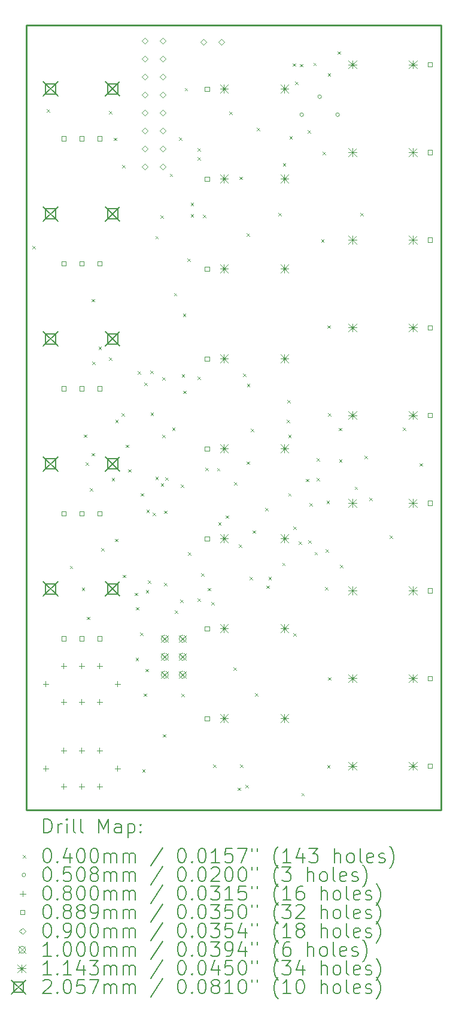
<source format=gbr>
%FSLAX45Y45*%
G04 Gerber Fmt 4.5, Leading zero omitted, Abs format (unit mm)*
G04 Created by KiCad (PCBNEW (5.99.0-12261-ga2c28b18a8)) date 2021-10-12 13:44:09*
%MOMM*%
%LPD*%
G01*
G04 APERTURE LIST*
%TA.AperFunction,Profile*%
%ADD10C,0.254000*%
%TD*%
%ADD11C,0.200000*%
%ADD12C,0.040000*%
%ADD13C,0.050800*%
%ADD14C,0.080000*%
%ADD15C,0.088900*%
%ADD16C,0.090000*%
%ADD17C,0.100000*%
%ADD18C,0.114300*%
%ADD19C,0.205740*%
G04 APERTURE END LIST*
D10*
X5867400Y0D02*
X5867400Y-11087100D01*
X5867400Y-11087100D02*
X0Y-11087100D01*
X0Y0D02*
X5867400Y0D01*
X0Y-11087100D02*
X0Y0D01*
D11*
D12*
X83890Y-3119000D02*
X123890Y-3159000D01*
X123890Y-3119000D02*
X83890Y-3159000D01*
X287000Y-1193000D02*
X327000Y-1233000D01*
X327000Y-1193000D02*
X287000Y-1233000D01*
X612000Y-7637000D02*
X652000Y-7677000D01*
X652000Y-7637000D02*
X612000Y-7677000D01*
X781646Y-7944354D02*
X821646Y-7984354D01*
X821646Y-7944354D02*
X781646Y-7984354D01*
X812000Y-5784000D02*
X852000Y-5824000D01*
X852000Y-5784000D02*
X812000Y-5824000D01*
X834946Y-6179054D02*
X874946Y-6219054D01*
X874946Y-6179054D02*
X834946Y-6219054D01*
X854000Y-8357000D02*
X894000Y-8397000D01*
X894000Y-8357000D02*
X854000Y-8397000D01*
X897000Y-6543890D02*
X937000Y-6583890D01*
X937000Y-6543890D02*
X897000Y-6583890D01*
X920000Y-3869000D02*
X960000Y-3909000D01*
X960000Y-3869000D02*
X920000Y-3909000D01*
X921000Y-6045000D02*
X961000Y-6085000D01*
X961000Y-6045000D02*
X921000Y-6085000D01*
X928038Y-4752962D02*
X968038Y-4792962D01*
X968038Y-4752962D02*
X928038Y-4792962D01*
X1018000Y-4544000D02*
X1058000Y-4584000D01*
X1058000Y-4544000D02*
X1018000Y-4584000D01*
X1058000Y-7386000D02*
X1098000Y-7426000D01*
X1098000Y-7386000D02*
X1058000Y-7426000D01*
X1164000Y-1213000D02*
X1204000Y-1253000D01*
X1204000Y-1213000D02*
X1164000Y-1253000D01*
X1168000Y-4694000D02*
X1208000Y-4734000D01*
X1208000Y-4694000D02*
X1168000Y-4734000D01*
X1205000Y-6394000D02*
X1245000Y-6434000D01*
X1245000Y-6394000D02*
X1205000Y-6434000D01*
X1234000Y-1591000D02*
X1274000Y-1631000D01*
X1274000Y-1591000D02*
X1234000Y-1631000D01*
X1253000Y-7257000D02*
X1293000Y-7297000D01*
X1293000Y-7257000D02*
X1253000Y-7297000D01*
X1254730Y-5573730D02*
X1294730Y-5613730D01*
X1294730Y-5573730D02*
X1254730Y-5613730D01*
X1343388Y-5485072D02*
X1383388Y-5525072D01*
X1383388Y-5485072D02*
X1343388Y-5525072D01*
X1350000Y-1980000D02*
X1390000Y-2020000D01*
X1390000Y-1980000D02*
X1350000Y-2020000D01*
X1359000Y-7765000D02*
X1399000Y-7805000D01*
X1399000Y-7765000D02*
X1359000Y-7805000D01*
X1403000Y-5926000D02*
X1443000Y-5966000D01*
X1443000Y-5926000D02*
X1403000Y-5966000D01*
X1435000Y-6275000D02*
X1475000Y-6315000D01*
X1475000Y-6275000D02*
X1435000Y-6315000D01*
X1529000Y-8019000D02*
X1569000Y-8059000D01*
X1569000Y-8019000D02*
X1529000Y-8059000D01*
X1543000Y-8940000D02*
X1583000Y-8980000D01*
X1583000Y-8940000D02*
X1543000Y-8980000D01*
X1545000Y-8222000D02*
X1585000Y-8262000D01*
X1585000Y-8222000D02*
X1545000Y-8262000D01*
X1571000Y-4888000D02*
X1611000Y-4928000D01*
X1611000Y-4888000D02*
X1571000Y-4928000D01*
X1609550Y-8582834D02*
X1649550Y-8622834D01*
X1649550Y-8582834D02*
X1609550Y-8622834D01*
X1613000Y-6612000D02*
X1653000Y-6652000D01*
X1653000Y-6612000D02*
X1613000Y-6652000D01*
X1637000Y-10512000D02*
X1677000Y-10552000D01*
X1677000Y-10512000D02*
X1637000Y-10552000D01*
X1660000Y-9440000D02*
X1700000Y-9480000D01*
X1700000Y-9440000D02*
X1660000Y-9480000D01*
X1669000Y-5049000D02*
X1709000Y-5089000D01*
X1709000Y-5049000D02*
X1669000Y-5089000D01*
X1682000Y-9093000D02*
X1722000Y-9133000D01*
X1722000Y-9093000D02*
X1682000Y-9133000D01*
X1686625Y-7978224D02*
X1726625Y-8018224D01*
X1726625Y-7978224D02*
X1686625Y-8018224D01*
X1695963Y-6846740D02*
X1735963Y-6886740D01*
X1735963Y-6846740D02*
X1695963Y-6886740D01*
X1719695Y-7842695D02*
X1759695Y-7882695D01*
X1759695Y-7842695D02*
X1719695Y-7882695D01*
X1754000Y-4880000D02*
X1794000Y-4920000D01*
X1794000Y-4880000D02*
X1754000Y-4920000D01*
X1754150Y-5475867D02*
X1794150Y-5515867D01*
X1794150Y-5475867D02*
X1754150Y-5515867D01*
X1787000Y-6888000D02*
X1827000Y-6928000D01*
X1827000Y-6888000D02*
X1787000Y-6928000D01*
X1821890Y-2980000D02*
X1861890Y-3020000D01*
X1861890Y-2980000D02*
X1821890Y-3020000D01*
X1822000Y-6379000D02*
X1862000Y-6419000D01*
X1862000Y-6379000D02*
X1822000Y-6419000D01*
X1892000Y-2687000D02*
X1932000Y-2727000D01*
X1932000Y-2687000D02*
X1892000Y-2727000D01*
X1898000Y-6475000D02*
X1938000Y-6515000D01*
X1938000Y-6475000D02*
X1898000Y-6515000D01*
X1918000Y-4974000D02*
X1958000Y-5014000D01*
X1958000Y-4974000D02*
X1918000Y-5014000D01*
X1920000Y-5786000D02*
X1960000Y-5826000D01*
X1960000Y-5786000D02*
X1920000Y-5826000D01*
X1928000Y-10017000D02*
X1968000Y-10057000D01*
X1968000Y-10017000D02*
X1928000Y-10057000D01*
X1944000Y-7878000D02*
X1984000Y-7918000D01*
X1984000Y-7878000D02*
X1944000Y-7918000D01*
X1948000Y-6858000D02*
X1988000Y-6898000D01*
X1988000Y-6858000D02*
X1948000Y-6898000D01*
X1963000Y-6389000D02*
X2003000Y-6429000D01*
X2003000Y-6389000D02*
X1963000Y-6429000D01*
X2026000Y-2099000D02*
X2066000Y-2139000D01*
X2066000Y-2099000D02*
X2026000Y-2139000D01*
X2060220Y-5685000D02*
X2100220Y-5725000D01*
X2100220Y-5685000D02*
X2060220Y-5725000D01*
X2085000Y-3785000D02*
X2125000Y-3825000D01*
X2125000Y-3785000D02*
X2085000Y-3825000D01*
X2096000Y-8270000D02*
X2136000Y-8310000D01*
X2136000Y-8270000D02*
X2096000Y-8310000D01*
X2156000Y-1585000D02*
X2196000Y-1625000D01*
X2196000Y-1585000D02*
X2156000Y-1625000D01*
X2175000Y-8113000D02*
X2215000Y-8153000D01*
X2215000Y-8113000D02*
X2175000Y-8153000D01*
X2179713Y-6490747D02*
X2219713Y-6530747D01*
X2219713Y-6490747D02*
X2179713Y-6530747D01*
X2190000Y-9447000D02*
X2230000Y-9487000D01*
X2230000Y-9447000D02*
X2190000Y-9487000D01*
X2196000Y-4933000D02*
X2236000Y-4973000D01*
X2236000Y-4933000D02*
X2196000Y-4973000D01*
X2213000Y-4077000D02*
X2253000Y-4117000D01*
X2253000Y-4077000D02*
X2213000Y-4117000D01*
X2214000Y-5164000D02*
X2254000Y-5204000D01*
X2254000Y-5164000D02*
X2214000Y-5204000D01*
X2237000Y-890000D02*
X2277000Y-930000D01*
X2277000Y-890000D02*
X2237000Y-930000D01*
X2274000Y-3297000D02*
X2314000Y-3337000D01*
X2314000Y-3297000D02*
X2274000Y-3337000D01*
X2285000Y-7444000D02*
X2325000Y-7484000D01*
X2325000Y-7444000D02*
X2285000Y-7484000D01*
X2322000Y-2512000D02*
X2362000Y-2552000D01*
X2362000Y-2512000D02*
X2322000Y-2552000D01*
X2322000Y-2673000D02*
X2362000Y-2713000D01*
X2362000Y-2673000D02*
X2322000Y-2713000D01*
X2417000Y-8097000D02*
X2457000Y-8137000D01*
X2457000Y-8097000D02*
X2417000Y-8137000D01*
X2419000Y-1740000D02*
X2459000Y-1780000D01*
X2459000Y-1740000D02*
X2419000Y-1780000D01*
X2421001Y-1865999D02*
X2461001Y-1905999D01*
X2461001Y-1865999D02*
X2421001Y-1905999D01*
X2422000Y-4965000D02*
X2462000Y-5005000D01*
X2462000Y-4965000D02*
X2422000Y-5005000D01*
X2472000Y-7741000D02*
X2512000Y-7781000D01*
X2512000Y-7741000D02*
X2472000Y-7781000D01*
X2499000Y-2681000D02*
X2539000Y-2721000D01*
X2539000Y-2681000D02*
X2499000Y-2721000D01*
X2528000Y-6253000D02*
X2568000Y-6293000D01*
X2568000Y-6253000D02*
X2528000Y-6293000D01*
X2563000Y-7951000D02*
X2603000Y-7991000D01*
X2603000Y-7951000D02*
X2563000Y-7991000D01*
X2614000Y-8151000D02*
X2654000Y-8191000D01*
X2654000Y-8151000D02*
X2614000Y-8191000D01*
X2639000Y-10444000D02*
X2679000Y-10484000D01*
X2679000Y-10444000D02*
X2639000Y-10484000D01*
X2694000Y-6258000D02*
X2734000Y-6298000D01*
X2734000Y-6258000D02*
X2694000Y-6298000D01*
X2712000Y-7024000D02*
X2752000Y-7064000D01*
X2752000Y-7024000D02*
X2712000Y-7064000D01*
X2820698Y-6926778D02*
X2860698Y-6966778D01*
X2860698Y-6926778D02*
X2820698Y-6966778D01*
X2869000Y-1222000D02*
X2909000Y-1262000D01*
X2909000Y-1222000D02*
X2869000Y-1262000D01*
X2926000Y-9071000D02*
X2966000Y-9111000D01*
X2966000Y-9071000D02*
X2926000Y-9111000D01*
X2936000Y-6455000D02*
X2976000Y-6495000D01*
X2976000Y-6455000D02*
X2936000Y-6495000D01*
X2988000Y-10771000D02*
X3028000Y-10811000D01*
X3028000Y-10771000D02*
X2988000Y-10811000D01*
X3002000Y-7339000D02*
X3042000Y-7379000D01*
X3042000Y-7339000D02*
X3002000Y-7379000D01*
X3013000Y-2142000D02*
X3053000Y-2182000D01*
X3053000Y-2142000D02*
X3013000Y-2182000D01*
X3022000Y-10447000D02*
X3062000Y-10487000D01*
X3062000Y-10447000D02*
X3022000Y-10487000D01*
X3060527Y-4924492D02*
X3100527Y-4964492D01*
X3100527Y-4924492D02*
X3060527Y-4964492D01*
X3097000Y-10731000D02*
X3137000Y-10771000D01*
X3137000Y-10731000D02*
X3097000Y-10771000D01*
X3117000Y-2941000D02*
X3157000Y-2981000D01*
X3157000Y-2941000D02*
X3117000Y-2981000D01*
X3117000Y-6164000D02*
X3157000Y-6204000D01*
X3157000Y-6164000D02*
X3117000Y-6204000D01*
X3118000Y-5067000D02*
X3158000Y-5107000D01*
X3158000Y-5067000D02*
X3118000Y-5107000D01*
X3159000Y-7796000D02*
X3199000Y-7836000D01*
X3199000Y-7796000D02*
X3159000Y-7836000D01*
X3172000Y-5701000D02*
X3212000Y-5741000D01*
X3212000Y-5701000D02*
X3172000Y-5741000D01*
X3199000Y-7137000D02*
X3239000Y-7177000D01*
X3239000Y-7137000D02*
X3199000Y-7177000D01*
X3232110Y-9436000D02*
X3272110Y-9476000D01*
X3272110Y-9436000D02*
X3232110Y-9476000D01*
X3257000Y-1452000D02*
X3297000Y-1492000D01*
X3297000Y-1452000D02*
X3257000Y-1492000D01*
X3374500Y-6821500D02*
X3414500Y-6861500D01*
X3414500Y-6821500D02*
X3374500Y-6861500D01*
X3394750Y-7916250D02*
X3434750Y-7956250D01*
X3434750Y-7916250D02*
X3394750Y-7956250D01*
X3423000Y-7794000D02*
X3463000Y-7834000D01*
X3463000Y-7794000D02*
X3423000Y-7834000D01*
X3562000Y-2655000D02*
X3602000Y-2695000D01*
X3602000Y-2655000D02*
X3562000Y-2695000D01*
X3619000Y-7594000D02*
X3659000Y-7634000D01*
X3659000Y-7594000D02*
X3619000Y-7634000D01*
X3626000Y-1953000D02*
X3666000Y-1993000D01*
X3666000Y-1953000D02*
X3626000Y-1993000D01*
X3681000Y-5577000D02*
X3721000Y-5617000D01*
X3721000Y-5577000D02*
X3681000Y-5617000D01*
X3690838Y-5298862D02*
X3730838Y-5338862D01*
X3730838Y-5298862D02*
X3690838Y-5338862D01*
X3702412Y-5789488D02*
X3742412Y-5829488D01*
X3742412Y-5789488D02*
X3702412Y-5829488D01*
X3702412Y-6614000D02*
X3742412Y-6654000D01*
X3742412Y-6614000D02*
X3702412Y-6654000D01*
X3718606Y-1570331D02*
X3758606Y-1610331D01*
X3758606Y-1570331D02*
X3718606Y-1610331D01*
X3767000Y-542000D02*
X3807000Y-582000D01*
X3807000Y-542000D02*
X3767000Y-582000D01*
X3776000Y-7080000D02*
X3816000Y-7120000D01*
X3816000Y-7080000D02*
X3776000Y-7120000D01*
X3776841Y-8590744D02*
X3816841Y-8630744D01*
X3816841Y-8590744D02*
X3776841Y-8630744D01*
X3798000Y-800000D02*
X3838000Y-840000D01*
X3838000Y-800000D02*
X3798000Y-840000D01*
X3847722Y-7292647D02*
X3887722Y-7332647D01*
X3887722Y-7292647D02*
X3847722Y-7332647D01*
X3870569Y-550890D02*
X3910569Y-590890D01*
X3910569Y-550890D02*
X3870569Y-590890D01*
X3889000Y-10847000D02*
X3929000Y-10887000D01*
X3929000Y-10847000D02*
X3889000Y-10887000D01*
X3949817Y-6410670D02*
X3989817Y-6450670D01*
X3989817Y-6410670D02*
X3949817Y-6450670D01*
X3974912Y-1488760D02*
X4014912Y-1528760D01*
X4014912Y-1488760D02*
X3974912Y-1528760D01*
X3987942Y-7274557D02*
X4027942Y-7314557D01*
X4027942Y-7274557D02*
X3987942Y-7314557D01*
X4003799Y-6752010D02*
X4043799Y-6792010D01*
X4043799Y-6752010D02*
X4003799Y-6792010D01*
X4058122Y-533110D02*
X4098122Y-573110D01*
X4098122Y-533110D02*
X4058122Y-573110D01*
X4074954Y-7443197D02*
X4114954Y-7483197D01*
X4114954Y-7443197D02*
X4074954Y-7483197D01*
X4106000Y-6116000D02*
X4146000Y-6156000D01*
X4146000Y-6116000D02*
X4106000Y-6156000D01*
X4107000Y-6398000D02*
X4147000Y-6438000D01*
X4147000Y-6398000D02*
X4107000Y-6438000D01*
X4169070Y-3025663D02*
X4209070Y-3065663D01*
X4209070Y-3025663D02*
X4169070Y-3065663D01*
X4191625Y-1792036D02*
X4231625Y-1832036D01*
X4231625Y-1792036D02*
X4191625Y-1832036D01*
X4225153Y-7937109D02*
X4265153Y-7977109D01*
X4265153Y-7937109D02*
X4225153Y-7977109D01*
X4231000Y-7407000D02*
X4271000Y-7447000D01*
X4271000Y-7407000D02*
X4231000Y-7447000D01*
X4244558Y-6716893D02*
X4284558Y-6756893D01*
X4284558Y-6716893D02*
X4244558Y-6756893D01*
X4254000Y-10452000D02*
X4294000Y-10492000D01*
X4294000Y-10452000D02*
X4254000Y-10492000D01*
X4259000Y-4242000D02*
X4299000Y-4282000D01*
X4299000Y-4242000D02*
X4259000Y-4282000D01*
X4262034Y-684596D02*
X4302034Y-724596D01*
X4302034Y-684596D02*
X4262034Y-724596D01*
X4267000Y-9213000D02*
X4307000Y-9253000D01*
X4307000Y-9213000D02*
X4267000Y-9253000D01*
X4268000Y-5480000D02*
X4308000Y-5520000D01*
X4308000Y-5480000D02*
X4268000Y-5520000D01*
X4403000Y-372000D02*
X4443000Y-412000D01*
X4443000Y-372000D02*
X4403000Y-412000D01*
X4415000Y-5689000D02*
X4455000Y-5729000D01*
X4455000Y-5689000D02*
X4415000Y-5729000D01*
X4423000Y-6133000D02*
X4463000Y-6173000D01*
X4463000Y-6133000D02*
X4423000Y-6173000D01*
X4432000Y-7627000D02*
X4472000Y-7667000D01*
X4472000Y-7627000D02*
X4432000Y-7667000D01*
X4642000Y-6519000D02*
X4682000Y-6559000D01*
X4682000Y-6519000D02*
X4642000Y-6559000D01*
X4720000Y-2653000D02*
X4760000Y-2693000D01*
X4760000Y-2653000D02*
X4720000Y-2693000D01*
X4782000Y-6082000D02*
X4822000Y-6122000D01*
X4822000Y-6082000D02*
X4782000Y-6122000D01*
X4851550Y-6679000D02*
X4891550Y-6719000D01*
X4891550Y-6679000D02*
X4851550Y-6719000D01*
X5136000Y-7211000D02*
X5176000Y-7251000D01*
X5176000Y-7211000D02*
X5136000Y-7251000D01*
X5322000Y-5685000D02*
X5362000Y-5725000D01*
X5362000Y-5685000D02*
X5322000Y-5725000D01*
X5564000Y-6190000D02*
X5604000Y-6230000D01*
X5604000Y-6190000D02*
X5564000Y-6230000D01*
D13*
X3918400Y-1267000D02*
G75*
G03*
X3918400Y-1267000I-25400J0D01*
G01*
X4172400Y-1013000D02*
G75*
G03*
X4172400Y-1013000I-25400J0D01*
G01*
X4426400Y-1267000D02*
G75*
G03*
X4426400Y-1267000I-25400J0D01*
G01*
D14*
X271780Y-9265290D02*
X271780Y-9345290D01*
X231780Y-9305290D02*
X311780Y-9305290D01*
X271780Y-10459090D02*
X271780Y-10539090D01*
X231780Y-10499090D02*
X311780Y-10499090D01*
X525780Y-9011290D02*
X525780Y-9091290D01*
X485780Y-9051290D02*
X565780Y-9051290D01*
X525780Y-9519290D02*
X525780Y-9599290D01*
X485780Y-9559290D02*
X565780Y-9559290D01*
X525780Y-10205090D02*
X525780Y-10285090D01*
X485780Y-10245090D02*
X565780Y-10245090D01*
X525780Y-10713090D02*
X525780Y-10793090D01*
X485780Y-10753090D02*
X565780Y-10753090D01*
X779780Y-9011290D02*
X779780Y-9091290D01*
X739780Y-9051290D02*
X819780Y-9051290D01*
X779780Y-9519290D02*
X779780Y-9599290D01*
X739780Y-9559290D02*
X819780Y-9559290D01*
X779780Y-10205090D02*
X779780Y-10285090D01*
X739780Y-10245090D02*
X819780Y-10245090D01*
X779780Y-10713090D02*
X779780Y-10793090D01*
X739780Y-10753090D02*
X819780Y-10753090D01*
X1033780Y-9011290D02*
X1033780Y-9091290D01*
X993780Y-9051290D02*
X1073780Y-9051290D01*
X1033780Y-9519290D02*
X1033780Y-9599290D01*
X993780Y-9559290D02*
X1073780Y-9559290D01*
X1033780Y-10205090D02*
X1033780Y-10285090D01*
X993780Y-10245090D02*
X1073780Y-10245090D01*
X1033780Y-10713090D02*
X1033780Y-10793090D01*
X993780Y-10753090D02*
X1073780Y-10753090D01*
X1287780Y-9265290D02*
X1287780Y-9345290D01*
X1247780Y-9305290D02*
X1327780Y-9305290D01*
X1287780Y-10459090D02*
X1287780Y-10539090D01*
X1247780Y-10499090D02*
X1327780Y-10499090D01*
D15*
X557195Y-1635625D02*
X557195Y-1572763D01*
X494332Y-1572763D01*
X494332Y-1635625D01*
X557195Y-1635625D01*
X557195Y-3400925D02*
X557195Y-3338063D01*
X494332Y-3338063D01*
X494332Y-3400925D01*
X557195Y-3400925D01*
X557195Y-5166226D02*
X557195Y-5103363D01*
X494332Y-5103363D01*
X494332Y-5166226D01*
X557195Y-5166226D01*
X557195Y-6931525D02*
X557195Y-6868663D01*
X494332Y-6868663D01*
X494332Y-6931525D01*
X557195Y-6931525D01*
X557195Y-8696826D02*
X557195Y-8633963D01*
X494332Y-8633963D01*
X494332Y-8696826D01*
X557195Y-8696826D01*
X811195Y-1635625D02*
X811195Y-1572763D01*
X748332Y-1572763D01*
X748332Y-1635625D01*
X811195Y-1635625D01*
X811195Y-3400925D02*
X811195Y-3338063D01*
X748332Y-3338063D01*
X748332Y-3400925D01*
X811195Y-3400925D01*
X811195Y-5166226D02*
X811195Y-5103363D01*
X748332Y-5103363D01*
X748332Y-5166226D01*
X811195Y-5166226D01*
X811195Y-6931525D02*
X811195Y-6868663D01*
X748332Y-6868663D01*
X748332Y-6931525D01*
X811195Y-6931525D01*
X811195Y-8696826D02*
X811195Y-8633963D01*
X748332Y-8633963D01*
X748332Y-8696826D01*
X811195Y-8696826D01*
X1065195Y-1635625D02*
X1065195Y-1572763D01*
X1002332Y-1572763D01*
X1002332Y-1635625D01*
X1065195Y-1635625D01*
X1065195Y-3400925D02*
X1065195Y-3338063D01*
X1002332Y-3338063D01*
X1002332Y-3400925D01*
X1065195Y-3400925D01*
X1065195Y-5166226D02*
X1065195Y-5103363D01*
X1002332Y-5103363D01*
X1002332Y-5166226D01*
X1065195Y-5166226D01*
X1065195Y-6931525D02*
X1065195Y-6868663D01*
X1002332Y-6868663D01*
X1002332Y-6931525D01*
X1065195Y-6931525D01*
X1065195Y-8696826D02*
X1065195Y-8633963D01*
X1002332Y-8633963D01*
X1002332Y-8696826D01*
X1065195Y-8696826D01*
X2584131Y-934401D02*
X2584131Y-871539D01*
X2521269Y-871539D01*
X2521269Y-934401D01*
X2584131Y-934401D01*
X2584131Y-2204401D02*
X2584131Y-2141539D01*
X2521269Y-2141539D01*
X2521269Y-2204401D01*
X2584131Y-2204401D01*
X2584131Y-3474401D02*
X2584131Y-3411539D01*
X2521269Y-3411539D01*
X2521269Y-3474401D01*
X2584131Y-3474401D01*
X2584131Y-4744401D02*
X2584131Y-4681539D01*
X2521269Y-4681539D01*
X2521269Y-4744401D01*
X2584131Y-4744401D01*
X2584131Y-6014401D02*
X2584131Y-5951539D01*
X2521269Y-5951539D01*
X2521269Y-6014401D01*
X2584131Y-6014401D01*
X2584131Y-7284401D02*
X2584131Y-7221539D01*
X2521269Y-7221539D01*
X2521269Y-7284401D01*
X2584131Y-7284401D01*
X2584131Y-8554401D02*
X2584131Y-8491539D01*
X2521269Y-8491539D01*
X2521269Y-8554401D01*
X2584131Y-8554401D01*
X2584131Y-9824401D02*
X2584131Y-9761539D01*
X2521269Y-9761539D01*
X2521269Y-9824401D01*
X2584131Y-9824401D01*
X5738811Y-590231D02*
X5738811Y-527369D01*
X5675949Y-527369D01*
X5675949Y-590231D01*
X5738811Y-590231D01*
X5738811Y-1828481D02*
X5738811Y-1765619D01*
X5675949Y-1765619D01*
X5675949Y-1828481D01*
X5738811Y-1828481D01*
X5738811Y-3066731D02*
X5738811Y-3003869D01*
X5675949Y-3003869D01*
X5675949Y-3066731D01*
X5738811Y-3066731D01*
X5738811Y-4304981D02*
X5738811Y-4242119D01*
X5675949Y-4242119D01*
X5675949Y-4304981D01*
X5738811Y-4304981D01*
X5738811Y-5543231D02*
X5738811Y-5480369D01*
X5675949Y-5480369D01*
X5675949Y-5543231D01*
X5738811Y-5543231D01*
X5738811Y-6781481D02*
X5738811Y-6718619D01*
X5675949Y-6718619D01*
X5675949Y-6781481D01*
X5738811Y-6781481D01*
X5738811Y-8019731D02*
X5738811Y-7956869D01*
X5675949Y-7956869D01*
X5675949Y-8019731D01*
X5738811Y-8019731D01*
X5738811Y-9257981D02*
X5738811Y-9195119D01*
X5675949Y-9195119D01*
X5675949Y-9257981D01*
X5738811Y-9257981D01*
X5738811Y-10496231D02*
X5738811Y-10433369D01*
X5675949Y-10433369D01*
X5675949Y-10496231D01*
X5738811Y-10496231D01*
D16*
X1674000Y-268000D02*
X1719000Y-223000D01*
X1674000Y-178000D01*
X1629000Y-223000D01*
X1674000Y-268000D01*
X1674000Y-522000D02*
X1719000Y-477000D01*
X1674000Y-432000D01*
X1629000Y-477000D01*
X1674000Y-522000D01*
X1674000Y-776000D02*
X1719000Y-731000D01*
X1674000Y-686000D01*
X1629000Y-731000D01*
X1674000Y-776000D01*
X1674000Y-1030000D02*
X1719000Y-985000D01*
X1674000Y-940000D01*
X1629000Y-985000D01*
X1674000Y-1030000D01*
X1674000Y-1284000D02*
X1719000Y-1239000D01*
X1674000Y-1194000D01*
X1629000Y-1239000D01*
X1674000Y-1284000D01*
X1674000Y-1538000D02*
X1719000Y-1493000D01*
X1674000Y-1448000D01*
X1629000Y-1493000D01*
X1674000Y-1538000D01*
X1674000Y-1792000D02*
X1719000Y-1747000D01*
X1674000Y-1702000D01*
X1629000Y-1747000D01*
X1674000Y-1792000D01*
X1674000Y-2046000D02*
X1719000Y-2001000D01*
X1674000Y-1956000D01*
X1629000Y-2001000D01*
X1674000Y-2046000D01*
X1928000Y-268000D02*
X1973000Y-223000D01*
X1928000Y-178000D01*
X1883000Y-223000D01*
X1928000Y-268000D01*
X1928000Y-522000D02*
X1973000Y-477000D01*
X1928000Y-432000D01*
X1883000Y-477000D01*
X1928000Y-522000D01*
X1928000Y-776000D02*
X1973000Y-731000D01*
X1928000Y-686000D01*
X1883000Y-731000D01*
X1928000Y-776000D01*
X1928000Y-1030000D02*
X1973000Y-985000D01*
X1928000Y-940000D01*
X1883000Y-985000D01*
X1928000Y-1030000D01*
X1928000Y-1284000D02*
X1973000Y-1239000D01*
X1928000Y-1194000D01*
X1883000Y-1239000D01*
X1928000Y-1284000D01*
X1928000Y-1538000D02*
X1973000Y-1493000D01*
X1928000Y-1448000D01*
X1883000Y-1493000D01*
X1928000Y-1538000D01*
X1928000Y-1792000D02*
X1973000Y-1747000D01*
X1928000Y-1702000D01*
X1883000Y-1747000D01*
X1928000Y-1792000D01*
X1928000Y-2046000D02*
X1973000Y-2001000D01*
X1928000Y-1956000D01*
X1883000Y-2001000D01*
X1928000Y-2046000D01*
X2502000Y-287000D02*
X2547000Y-242000D01*
X2502000Y-197000D01*
X2457000Y-242000D01*
X2502000Y-287000D01*
X2756000Y-287000D02*
X2801000Y-242000D01*
X2756000Y-197000D01*
X2711000Y-242000D01*
X2756000Y-287000D01*
D17*
X1906000Y-8619000D02*
X2006000Y-8719000D01*
X2006000Y-8619000D02*
X1906000Y-8719000D01*
X2006000Y-8669000D02*
G75*
G03*
X2006000Y-8669000I-50000J0D01*
G01*
X1906000Y-8873000D02*
X2006000Y-8973000D01*
X2006000Y-8873000D02*
X1906000Y-8973000D01*
X2006000Y-8923000D02*
G75*
G03*
X2006000Y-8923000I-50000J0D01*
G01*
X1906000Y-9127000D02*
X2006000Y-9227000D01*
X2006000Y-9127000D02*
X1906000Y-9227000D01*
X2006000Y-9177000D02*
G75*
G03*
X2006000Y-9177000I-50000J0D01*
G01*
X2160000Y-8619000D02*
X2260000Y-8719000D01*
X2260000Y-8619000D02*
X2160000Y-8719000D01*
X2260000Y-8669000D02*
G75*
G03*
X2260000Y-8669000I-50000J0D01*
G01*
X2160000Y-8873000D02*
X2260000Y-8973000D01*
X2260000Y-8873000D02*
X2160000Y-8973000D01*
X2260000Y-8923000D02*
G75*
G03*
X2260000Y-8923000I-50000J0D01*
G01*
X2160000Y-9127000D02*
X2260000Y-9227000D01*
X2260000Y-9127000D02*
X2160000Y-9227000D01*
X2260000Y-9177000D02*
G75*
G03*
X2260000Y-9177000I-50000J0D01*
G01*
D18*
X2736850Y-845820D02*
X2851150Y-960120D01*
X2851150Y-845820D02*
X2736850Y-960120D01*
X2794000Y-845820D02*
X2794000Y-960120D01*
X2736850Y-902970D02*
X2851150Y-902970D01*
X2736850Y-2115820D02*
X2851150Y-2230120D01*
X2851150Y-2115820D02*
X2736850Y-2230120D01*
X2794000Y-2115820D02*
X2794000Y-2230120D01*
X2736850Y-2172970D02*
X2851150Y-2172970D01*
X2736850Y-3385820D02*
X2851150Y-3500120D01*
X2851150Y-3385820D02*
X2736850Y-3500120D01*
X2794000Y-3385820D02*
X2794000Y-3500120D01*
X2736850Y-3442970D02*
X2851150Y-3442970D01*
X2736850Y-4655820D02*
X2851150Y-4770120D01*
X2851150Y-4655820D02*
X2736850Y-4770120D01*
X2794000Y-4655820D02*
X2794000Y-4770120D01*
X2736850Y-4712970D02*
X2851150Y-4712970D01*
X2736850Y-5925820D02*
X2851150Y-6040120D01*
X2851150Y-5925820D02*
X2736850Y-6040120D01*
X2794000Y-5925820D02*
X2794000Y-6040120D01*
X2736850Y-5982970D02*
X2851150Y-5982970D01*
X2736850Y-7195820D02*
X2851150Y-7310120D01*
X2851150Y-7195820D02*
X2736850Y-7310120D01*
X2794000Y-7195820D02*
X2794000Y-7310120D01*
X2736850Y-7252970D02*
X2851150Y-7252970D01*
X2736850Y-8465820D02*
X2851150Y-8580120D01*
X2851150Y-8465820D02*
X2736850Y-8580120D01*
X2794000Y-8465820D02*
X2794000Y-8580120D01*
X2736850Y-8522970D02*
X2851150Y-8522970D01*
X2736850Y-9735820D02*
X2851150Y-9850120D01*
X2851150Y-9735820D02*
X2736850Y-9850120D01*
X2794000Y-9735820D02*
X2794000Y-9850120D01*
X2736850Y-9792970D02*
X2851150Y-9792970D01*
X3592830Y-845820D02*
X3707130Y-960120D01*
X3707130Y-845820D02*
X3592830Y-960120D01*
X3649980Y-845820D02*
X3649980Y-960120D01*
X3592830Y-902970D02*
X3707130Y-902970D01*
X3592830Y-2115820D02*
X3707130Y-2230120D01*
X3707130Y-2115820D02*
X3592830Y-2230120D01*
X3649980Y-2115820D02*
X3649980Y-2230120D01*
X3592830Y-2172970D02*
X3707130Y-2172970D01*
X3592830Y-3385820D02*
X3707130Y-3500120D01*
X3707130Y-3385820D02*
X3592830Y-3500120D01*
X3649980Y-3385820D02*
X3649980Y-3500120D01*
X3592830Y-3442970D02*
X3707130Y-3442970D01*
X3592830Y-4655820D02*
X3707130Y-4770120D01*
X3707130Y-4655820D02*
X3592830Y-4770120D01*
X3649980Y-4655820D02*
X3649980Y-4770120D01*
X3592830Y-4712970D02*
X3707130Y-4712970D01*
X3592830Y-5925820D02*
X3707130Y-6040120D01*
X3707130Y-5925820D02*
X3592830Y-6040120D01*
X3649980Y-5925820D02*
X3649980Y-6040120D01*
X3592830Y-5982970D02*
X3707130Y-5982970D01*
X3592830Y-7195820D02*
X3707130Y-7310120D01*
X3707130Y-7195820D02*
X3592830Y-7310120D01*
X3649980Y-7195820D02*
X3649980Y-7310120D01*
X3592830Y-7252970D02*
X3707130Y-7252970D01*
X3592830Y-8465820D02*
X3707130Y-8580120D01*
X3707130Y-8465820D02*
X3592830Y-8580120D01*
X3649980Y-8465820D02*
X3649980Y-8580120D01*
X3592830Y-8522970D02*
X3707130Y-8522970D01*
X3592830Y-9735820D02*
X3707130Y-9850120D01*
X3707130Y-9735820D02*
X3592830Y-9850120D01*
X3649980Y-9735820D02*
X3649980Y-9850120D01*
X3592830Y-9792970D02*
X3707130Y-9792970D01*
X4552950Y-501650D02*
X4667250Y-615950D01*
X4667250Y-501650D02*
X4552950Y-615950D01*
X4610100Y-501650D02*
X4610100Y-615950D01*
X4552950Y-558800D02*
X4667250Y-558800D01*
X4552950Y-1739900D02*
X4667250Y-1854200D01*
X4667250Y-1739900D02*
X4552950Y-1854200D01*
X4610100Y-1739900D02*
X4610100Y-1854200D01*
X4552950Y-1797050D02*
X4667250Y-1797050D01*
X4552950Y-2978150D02*
X4667250Y-3092450D01*
X4667250Y-2978150D02*
X4552950Y-3092450D01*
X4610100Y-2978150D02*
X4610100Y-3092450D01*
X4552950Y-3035300D02*
X4667250Y-3035300D01*
X4552950Y-4216400D02*
X4667250Y-4330700D01*
X4667250Y-4216400D02*
X4552950Y-4330700D01*
X4610100Y-4216400D02*
X4610100Y-4330700D01*
X4552950Y-4273550D02*
X4667250Y-4273550D01*
X4552950Y-5454650D02*
X4667250Y-5568950D01*
X4667250Y-5454650D02*
X4552950Y-5568950D01*
X4610100Y-5454650D02*
X4610100Y-5568950D01*
X4552950Y-5511800D02*
X4667250Y-5511800D01*
X4552950Y-6692900D02*
X4667250Y-6807200D01*
X4667250Y-6692900D02*
X4552950Y-6807200D01*
X4610100Y-6692900D02*
X4610100Y-6807200D01*
X4552950Y-6750050D02*
X4667250Y-6750050D01*
X4552950Y-7931150D02*
X4667250Y-8045450D01*
X4667250Y-7931150D02*
X4552950Y-8045450D01*
X4610100Y-7931150D02*
X4610100Y-8045450D01*
X4552950Y-7988300D02*
X4667250Y-7988300D01*
X4552950Y-9169400D02*
X4667250Y-9283700D01*
X4667250Y-9169400D02*
X4552950Y-9283700D01*
X4610100Y-9169400D02*
X4610100Y-9283700D01*
X4552950Y-9226550D02*
X4667250Y-9226550D01*
X4552950Y-10407650D02*
X4667250Y-10521950D01*
X4667250Y-10407650D02*
X4552950Y-10521950D01*
X4610100Y-10407650D02*
X4610100Y-10521950D01*
X4552950Y-10464800D02*
X4667250Y-10464800D01*
X5408930Y-501650D02*
X5523230Y-615950D01*
X5523230Y-501650D02*
X5408930Y-615950D01*
X5466080Y-501650D02*
X5466080Y-615950D01*
X5408930Y-558800D02*
X5523230Y-558800D01*
X5408930Y-1739900D02*
X5523230Y-1854200D01*
X5523230Y-1739900D02*
X5408930Y-1854200D01*
X5466080Y-1739900D02*
X5466080Y-1854200D01*
X5408930Y-1797050D02*
X5523230Y-1797050D01*
X5408930Y-2978150D02*
X5523230Y-3092450D01*
X5523230Y-2978150D02*
X5408930Y-3092450D01*
X5466080Y-2978150D02*
X5466080Y-3092450D01*
X5408930Y-3035300D02*
X5523230Y-3035300D01*
X5408930Y-4216400D02*
X5523230Y-4330700D01*
X5523230Y-4216400D02*
X5408930Y-4330700D01*
X5466080Y-4216400D02*
X5466080Y-4330700D01*
X5408930Y-4273550D02*
X5523230Y-4273550D01*
X5408930Y-5454650D02*
X5523230Y-5568950D01*
X5523230Y-5454650D02*
X5408930Y-5568950D01*
X5466080Y-5454650D02*
X5466080Y-5568950D01*
X5408930Y-5511800D02*
X5523230Y-5511800D01*
X5408930Y-6692900D02*
X5523230Y-6807200D01*
X5523230Y-6692900D02*
X5408930Y-6807200D01*
X5466080Y-6692900D02*
X5466080Y-6807200D01*
X5408930Y-6750050D02*
X5523230Y-6750050D01*
X5408930Y-7931150D02*
X5523230Y-8045450D01*
X5523230Y-7931150D02*
X5408930Y-8045450D01*
X5466080Y-7931150D02*
X5466080Y-8045450D01*
X5408930Y-7988300D02*
X5523230Y-7988300D01*
X5408930Y-9169400D02*
X5523230Y-9283700D01*
X5523230Y-9169400D02*
X5408930Y-9283700D01*
X5466080Y-9169400D02*
X5466080Y-9283700D01*
X5408930Y-9226550D02*
X5523230Y-9226550D01*
X5408930Y-10407650D02*
X5523230Y-10521950D01*
X5523230Y-10407650D02*
X5408930Y-10521950D01*
X5466080Y-10407650D02*
X5466080Y-10521950D01*
X5408930Y-10464800D02*
X5523230Y-10464800D01*
D19*
X237474Y-800284D02*
X443214Y-1006024D01*
X443214Y-800284D02*
X237474Y-1006024D01*
X413084Y-975895D02*
X413084Y-830413D01*
X267603Y-830413D01*
X267603Y-975895D01*
X413084Y-975895D01*
X237474Y-2565584D02*
X443214Y-2771324D01*
X443214Y-2565584D02*
X237474Y-2771324D01*
X413084Y-2741195D02*
X413084Y-2595714D01*
X267603Y-2595714D01*
X267603Y-2741195D01*
X413084Y-2741195D01*
X237474Y-4330884D02*
X443214Y-4536624D01*
X443214Y-4330884D02*
X237474Y-4536624D01*
X413084Y-4506495D02*
X413084Y-4361014D01*
X267603Y-4361014D01*
X267603Y-4506495D01*
X413084Y-4506495D01*
X237474Y-6096184D02*
X443214Y-6301924D01*
X443214Y-6096184D02*
X237474Y-6301924D01*
X413084Y-6271795D02*
X413084Y-6126313D01*
X267603Y-6126313D01*
X267603Y-6271795D01*
X413084Y-6271795D01*
X237474Y-7861484D02*
X443214Y-8067224D01*
X443214Y-7861484D02*
X237474Y-8067224D01*
X413084Y-8037095D02*
X413084Y-7891613D01*
X267603Y-7891613D01*
X267603Y-8037095D01*
X413084Y-8037095D01*
X1116314Y-800284D02*
X1322054Y-1006024D01*
X1322054Y-800284D02*
X1116314Y-1006024D01*
X1291925Y-975895D02*
X1291925Y-830413D01*
X1146443Y-830413D01*
X1146443Y-975895D01*
X1291925Y-975895D01*
X1116314Y-2565584D02*
X1322054Y-2771324D01*
X1322054Y-2565584D02*
X1116314Y-2771324D01*
X1291925Y-2741195D02*
X1291925Y-2595714D01*
X1146443Y-2595714D01*
X1146443Y-2741195D01*
X1291925Y-2741195D01*
X1116314Y-4330884D02*
X1322054Y-4536624D01*
X1322054Y-4330884D02*
X1116314Y-4536624D01*
X1291925Y-4506495D02*
X1291925Y-4361014D01*
X1146443Y-4361014D01*
X1146443Y-4506495D01*
X1291925Y-4506495D01*
X1116314Y-6096184D02*
X1322054Y-6301924D01*
X1322054Y-6096184D02*
X1116314Y-6301924D01*
X1291925Y-6271795D02*
X1291925Y-6126313D01*
X1146443Y-6126313D01*
X1146443Y-6271795D01*
X1291925Y-6271795D01*
X1116314Y-7861484D02*
X1322054Y-8067224D01*
X1322054Y-7861484D02*
X1116314Y-8067224D01*
X1291925Y-8037095D02*
X1291925Y-7891613D01*
X1146443Y-7891613D01*
X1146443Y-8037095D01*
X1291925Y-8037095D01*
D11*
X244919Y-11410276D02*
X244919Y-11210276D01*
X292538Y-11210276D01*
X321110Y-11219800D01*
X340157Y-11238848D01*
X349681Y-11257895D01*
X359205Y-11295990D01*
X359205Y-11324562D01*
X349681Y-11362657D01*
X340157Y-11381705D01*
X321110Y-11400752D01*
X292538Y-11410276D01*
X244919Y-11410276D01*
X444919Y-11410276D02*
X444919Y-11276943D01*
X444919Y-11315038D02*
X454443Y-11295990D01*
X463967Y-11286467D01*
X483014Y-11276943D01*
X502062Y-11276943D01*
X568729Y-11410276D02*
X568729Y-11276943D01*
X568729Y-11210276D02*
X559205Y-11219800D01*
X568729Y-11229324D01*
X578252Y-11219800D01*
X568729Y-11210276D01*
X568729Y-11229324D01*
X692538Y-11410276D02*
X673490Y-11400752D01*
X663967Y-11381705D01*
X663967Y-11210276D01*
X797300Y-11410276D02*
X778252Y-11400752D01*
X768728Y-11381705D01*
X768728Y-11210276D01*
X1025871Y-11410276D02*
X1025871Y-11210276D01*
X1092538Y-11353133D01*
X1159205Y-11210276D01*
X1159205Y-11410276D01*
X1340157Y-11410276D02*
X1340157Y-11305514D01*
X1330633Y-11286467D01*
X1311586Y-11276943D01*
X1273490Y-11276943D01*
X1254443Y-11286467D01*
X1340157Y-11400752D02*
X1321110Y-11410276D01*
X1273490Y-11410276D01*
X1254443Y-11400752D01*
X1244919Y-11381705D01*
X1244919Y-11362657D01*
X1254443Y-11343609D01*
X1273490Y-11334086D01*
X1321110Y-11334086D01*
X1340157Y-11324562D01*
X1435395Y-11276943D02*
X1435395Y-11476943D01*
X1435395Y-11286467D02*
X1454443Y-11276943D01*
X1492538Y-11276943D01*
X1511586Y-11286467D01*
X1521109Y-11295990D01*
X1530633Y-11315038D01*
X1530633Y-11372181D01*
X1521109Y-11391228D01*
X1511586Y-11400752D01*
X1492538Y-11410276D01*
X1454443Y-11410276D01*
X1435395Y-11400752D01*
X1616348Y-11391228D02*
X1625871Y-11400752D01*
X1616348Y-11410276D01*
X1606824Y-11400752D01*
X1616348Y-11391228D01*
X1616348Y-11410276D01*
X1616348Y-11286467D02*
X1625871Y-11295990D01*
X1616348Y-11305514D01*
X1606824Y-11295990D01*
X1616348Y-11286467D01*
X1616348Y-11305514D01*
D12*
X-52700Y-11719800D02*
X-12700Y-11759800D01*
X-12700Y-11719800D02*
X-52700Y-11759800D01*
D11*
X283014Y-11630276D02*
X302062Y-11630276D01*
X321110Y-11639800D01*
X330633Y-11649324D01*
X340157Y-11668371D01*
X349681Y-11706467D01*
X349681Y-11754086D01*
X340157Y-11792181D01*
X330633Y-11811228D01*
X321110Y-11820752D01*
X302062Y-11830276D01*
X283014Y-11830276D01*
X263967Y-11820752D01*
X254443Y-11811228D01*
X244919Y-11792181D01*
X235395Y-11754086D01*
X235395Y-11706467D01*
X244919Y-11668371D01*
X254443Y-11649324D01*
X263967Y-11639800D01*
X283014Y-11630276D01*
X435395Y-11811228D02*
X444919Y-11820752D01*
X435395Y-11830276D01*
X425871Y-11820752D01*
X435395Y-11811228D01*
X435395Y-11830276D01*
X616348Y-11696943D02*
X616348Y-11830276D01*
X568729Y-11620752D02*
X521109Y-11763609D01*
X644919Y-11763609D01*
X759205Y-11630276D02*
X778252Y-11630276D01*
X797300Y-11639800D01*
X806824Y-11649324D01*
X816348Y-11668371D01*
X825871Y-11706467D01*
X825871Y-11754086D01*
X816348Y-11792181D01*
X806824Y-11811228D01*
X797300Y-11820752D01*
X778252Y-11830276D01*
X759205Y-11830276D01*
X740157Y-11820752D01*
X730633Y-11811228D01*
X721109Y-11792181D01*
X711586Y-11754086D01*
X711586Y-11706467D01*
X721109Y-11668371D01*
X730633Y-11649324D01*
X740157Y-11639800D01*
X759205Y-11630276D01*
X949681Y-11630276D02*
X968728Y-11630276D01*
X987776Y-11639800D01*
X997300Y-11649324D01*
X1006824Y-11668371D01*
X1016348Y-11706467D01*
X1016348Y-11754086D01*
X1006824Y-11792181D01*
X997300Y-11811228D01*
X987776Y-11820752D01*
X968728Y-11830276D01*
X949681Y-11830276D01*
X930633Y-11820752D01*
X921109Y-11811228D01*
X911586Y-11792181D01*
X902062Y-11754086D01*
X902062Y-11706467D01*
X911586Y-11668371D01*
X921109Y-11649324D01*
X930633Y-11639800D01*
X949681Y-11630276D01*
X1102062Y-11830276D02*
X1102062Y-11696943D01*
X1102062Y-11715990D02*
X1111586Y-11706467D01*
X1130633Y-11696943D01*
X1159205Y-11696943D01*
X1178252Y-11706467D01*
X1187776Y-11725514D01*
X1187776Y-11830276D01*
X1187776Y-11725514D02*
X1197300Y-11706467D01*
X1216348Y-11696943D01*
X1244919Y-11696943D01*
X1263967Y-11706467D01*
X1273490Y-11725514D01*
X1273490Y-11830276D01*
X1368729Y-11830276D02*
X1368729Y-11696943D01*
X1368729Y-11715990D02*
X1378252Y-11706467D01*
X1397300Y-11696943D01*
X1425871Y-11696943D01*
X1444919Y-11706467D01*
X1454443Y-11725514D01*
X1454443Y-11830276D01*
X1454443Y-11725514D02*
X1463967Y-11706467D01*
X1483014Y-11696943D01*
X1511586Y-11696943D01*
X1530633Y-11706467D01*
X1540157Y-11725514D01*
X1540157Y-11830276D01*
X1930633Y-11620752D02*
X1759205Y-11877895D01*
X2187776Y-11630276D02*
X2206824Y-11630276D01*
X2225871Y-11639800D01*
X2235395Y-11649324D01*
X2244919Y-11668371D01*
X2254443Y-11706467D01*
X2254443Y-11754086D01*
X2244919Y-11792181D01*
X2235395Y-11811228D01*
X2225871Y-11820752D01*
X2206824Y-11830276D01*
X2187776Y-11830276D01*
X2168729Y-11820752D01*
X2159205Y-11811228D01*
X2149681Y-11792181D01*
X2140157Y-11754086D01*
X2140157Y-11706467D01*
X2149681Y-11668371D01*
X2159205Y-11649324D01*
X2168729Y-11639800D01*
X2187776Y-11630276D01*
X2340157Y-11811228D02*
X2349681Y-11820752D01*
X2340157Y-11830276D01*
X2330633Y-11820752D01*
X2340157Y-11811228D01*
X2340157Y-11830276D01*
X2473490Y-11630276D02*
X2492538Y-11630276D01*
X2511586Y-11639800D01*
X2521110Y-11649324D01*
X2530633Y-11668371D01*
X2540157Y-11706467D01*
X2540157Y-11754086D01*
X2530633Y-11792181D01*
X2521110Y-11811228D01*
X2511586Y-11820752D01*
X2492538Y-11830276D01*
X2473490Y-11830276D01*
X2454443Y-11820752D01*
X2444919Y-11811228D01*
X2435395Y-11792181D01*
X2425871Y-11754086D01*
X2425871Y-11706467D01*
X2435395Y-11668371D01*
X2444919Y-11649324D01*
X2454443Y-11639800D01*
X2473490Y-11630276D01*
X2730633Y-11830276D02*
X2616348Y-11830276D01*
X2673490Y-11830276D02*
X2673490Y-11630276D01*
X2654443Y-11658848D01*
X2635395Y-11677895D01*
X2616348Y-11687419D01*
X2911586Y-11630276D02*
X2816348Y-11630276D01*
X2806824Y-11725514D01*
X2816348Y-11715990D01*
X2835395Y-11706467D01*
X2883014Y-11706467D01*
X2902062Y-11715990D01*
X2911586Y-11725514D01*
X2921109Y-11744562D01*
X2921109Y-11792181D01*
X2911586Y-11811228D01*
X2902062Y-11820752D01*
X2883014Y-11830276D01*
X2835395Y-11830276D01*
X2816348Y-11820752D01*
X2806824Y-11811228D01*
X2987776Y-11630276D02*
X3121109Y-11630276D01*
X3035395Y-11830276D01*
X3187776Y-11630276D02*
X3187776Y-11668371D01*
X3263967Y-11630276D02*
X3263967Y-11668371D01*
X3559205Y-11906467D02*
X3549681Y-11896943D01*
X3530633Y-11868371D01*
X3521109Y-11849324D01*
X3511586Y-11820752D01*
X3502062Y-11773133D01*
X3502062Y-11735038D01*
X3511586Y-11687419D01*
X3521109Y-11658848D01*
X3530633Y-11639800D01*
X3549681Y-11611228D01*
X3559205Y-11601705D01*
X3740157Y-11830276D02*
X3625871Y-11830276D01*
X3683014Y-11830276D02*
X3683014Y-11630276D01*
X3663967Y-11658848D01*
X3644919Y-11677895D01*
X3625871Y-11687419D01*
X3911586Y-11696943D02*
X3911586Y-11830276D01*
X3863967Y-11620752D02*
X3816348Y-11763609D01*
X3940157Y-11763609D01*
X3997300Y-11630276D02*
X4121109Y-11630276D01*
X4054443Y-11706467D01*
X4083014Y-11706467D01*
X4102062Y-11715990D01*
X4111586Y-11725514D01*
X4121109Y-11744562D01*
X4121109Y-11792181D01*
X4111586Y-11811228D01*
X4102062Y-11820752D01*
X4083014Y-11830276D01*
X4025871Y-11830276D01*
X4006824Y-11820752D01*
X3997300Y-11811228D01*
X4359205Y-11830276D02*
X4359205Y-11630276D01*
X4444919Y-11830276D02*
X4444919Y-11725514D01*
X4435395Y-11706467D01*
X4416348Y-11696943D01*
X4387776Y-11696943D01*
X4368729Y-11706467D01*
X4359205Y-11715990D01*
X4568729Y-11830276D02*
X4549681Y-11820752D01*
X4540157Y-11811228D01*
X4530633Y-11792181D01*
X4530633Y-11735038D01*
X4540157Y-11715990D01*
X4549681Y-11706467D01*
X4568729Y-11696943D01*
X4597300Y-11696943D01*
X4616348Y-11706467D01*
X4625871Y-11715990D01*
X4635395Y-11735038D01*
X4635395Y-11792181D01*
X4625871Y-11811228D01*
X4616348Y-11820752D01*
X4597300Y-11830276D01*
X4568729Y-11830276D01*
X4749681Y-11830276D02*
X4730633Y-11820752D01*
X4721110Y-11801705D01*
X4721110Y-11630276D01*
X4902062Y-11820752D02*
X4883014Y-11830276D01*
X4844919Y-11830276D01*
X4825871Y-11820752D01*
X4816348Y-11801705D01*
X4816348Y-11725514D01*
X4825871Y-11706467D01*
X4844919Y-11696943D01*
X4883014Y-11696943D01*
X4902062Y-11706467D01*
X4911586Y-11725514D01*
X4911586Y-11744562D01*
X4816348Y-11763609D01*
X4987776Y-11820752D02*
X5006824Y-11830276D01*
X5044919Y-11830276D01*
X5063967Y-11820752D01*
X5073490Y-11801705D01*
X5073490Y-11792181D01*
X5063967Y-11773133D01*
X5044919Y-11763609D01*
X5016348Y-11763609D01*
X4997300Y-11754086D01*
X4987776Y-11735038D01*
X4987776Y-11725514D01*
X4997300Y-11706467D01*
X5016348Y-11696943D01*
X5044919Y-11696943D01*
X5063967Y-11706467D01*
X5140157Y-11906467D02*
X5149681Y-11896943D01*
X5168729Y-11868371D01*
X5178252Y-11849324D01*
X5187776Y-11820752D01*
X5197300Y-11773133D01*
X5197300Y-11735038D01*
X5187776Y-11687419D01*
X5178252Y-11658848D01*
X5168729Y-11639800D01*
X5149681Y-11611228D01*
X5140157Y-11601705D01*
D13*
X-12700Y-12003800D02*
G75*
G03*
X-12700Y-12003800I-25400J0D01*
G01*
D11*
X283014Y-11894276D02*
X302062Y-11894276D01*
X321110Y-11903800D01*
X330633Y-11913324D01*
X340157Y-11932371D01*
X349681Y-11970467D01*
X349681Y-12018086D01*
X340157Y-12056181D01*
X330633Y-12075228D01*
X321110Y-12084752D01*
X302062Y-12094276D01*
X283014Y-12094276D01*
X263967Y-12084752D01*
X254443Y-12075228D01*
X244919Y-12056181D01*
X235395Y-12018086D01*
X235395Y-11970467D01*
X244919Y-11932371D01*
X254443Y-11913324D01*
X263967Y-11903800D01*
X283014Y-11894276D01*
X435395Y-12075228D02*
X444919Y-12084752D01*
X435395Y-12094276D01*
X425871Y-12084752D01*
X435395Y-12075228D01*
X435395Y-12094276D01*
X625871Y-11894276D02*
X530633Y-11894276D01*
X521109Y-11989514D01*
X530633Y-11979990D01*
X549681Y-11970467D01*
X597300Y-11970467D01*
X616348Y-11979990D01*
X625871Y-11989514D01*
X635395Y-12008562D01*
X635395Y-12056181D01*
X625871Y-12075228D01*
X616348Y-12084752D01*
X597300Y-12094276D01*
X549681Y-12094276D01*
X530633Y-12084752D01*
X521109Y-12075228D01*
X759205Y-11894276D02*
X778252Y-11894276D01*
X797300Y-11903800D01*
X806824Y-11913324D01*
X816348Y-11932371D01*
X825871Y-11970467D01*
X825871Y-12018086D01*
X816348Y-12056181D01*
X806824Y-12075228D01*
X797300Y-12084752D01*
X778252Y-12094276D01*
X759205Y-12094276D01*
X740157Y-12084752D01*
X730633Y-12075228D01*
X721109Y-12056181D01*
X711586Y-12018086D01*
X711586Y-11970467D01*
X721109Y-11932371D01*
X730633Y-11913324D01*
X740157Y-11903800D01*
X759205Y-11894276D01*
X940157Y-11979990D02*
X921109Y-11970467D01*
X911586Y-11960943D01*
X902062Y-11941895D01*
X902062Y-11932371D01*
X911586Y-11913324D01*
X921109Y-11903800D01*
X940157Y-11894276D01*
X978252Y-11894276D01*
X997300Y-11903800D01*
X1006824Y-11913324D01*
X1016348Y-11932371D01*
X1016348Y-11941895D01*
X1006824Y-11960943D01*
X997300Y-11970467D01*
X978252Y-11979990D01*
X940157Y-11979990D01*
X921109Y-11989514D01*
X911586Y-11999038D01*
X902062Y-12018086D01*
X902062Y-12056181D01*
X911586Y-12075228D01*
X921109Y-12084752D01*
X940157Y-12094276D01*
X978252Y-12094276D01*
X997300Y-12084752D01*
X1006824Y-12075228D01*
X1016348Y-12056181D01*
X1016348Y-12018086D01*
X1006824Y-11999038D01*
X997300Y-11989514D01*
X978252Y-11979990D01*
X1102062Y-12094276D02*
X1102062Y-11960943D01*
X1102062Y-11979990D02*
X1111586Y-11970467D01*
X1130633Y-11960943D01*
X1159205Y-11960943D01*
X1178252Y-11970467D01*
X1187776Y-11989514D01*
X1187776Y-12094276D01*
X1187776Y-11989514D02*
X1197300Y-11970467D01*
X1216348Y-11960943D01*
X1244919Y-11960943D01*
X1263967Y-11970467D01*
X1273490Y-11989514D01*
X1273490Y-12094276D01*
X1368729Y-12094276D02*
X1368729Y-11960943D01*
X1368729Y-11979990D02*
X1378252Y-11970467D01*
X1397300Y-11960943D01*
X1425871Y-11960943D01*
X1444919Y-11970467D01*
X1454443Y-11989514D01*
X1454443Y-12094276D01*
X1454443Y-11989514D02*
X1463967Y-11970467D01*
X1483014Y-11960943D01*
X1511586Y-11960943D01*
X1530633Y-11970467D01*
X1540157Y-11989514D01*
X1540157Y-12094276D01*
X1930633Y-11884752D02*
X1759205Y-12141895D01*
X2187776Y-11894276D02*
X2206824Y-11894276D01*
X2225871Y-11903800D01*
X2235395Y-11913324D01*
X2244919Y-11932371D01*
X2254443Y-11970467D01*
X2254443Y-12018086D01*
X2244919Y-12056181D01*
X2235395Y-12075228D01*
X2225871Y-12084752D01*
X2206824Y-12094276D01*
X2187776Y-12094276D01*
X2168729Y-12084752D01*
X2159205Y-12075228D01*
X2149681Y-12056181D01*
X2140157Y-12018086D01*
X2140157Y-11970467D01*
X2149681Y-11932371D01*
X2159205Y-11913324D01*
X2168729Y-11903800D01*
X2187776Y-11894276D01*
X2340157Y-12075228D02*
X2349681Y-12084752D01*
X2340157Y-12094276D01*
X2330633Y-12084752D01*
X2340157Y-12075228D01*
X2340157Y-12094276D01*
X2473490Y-11894276D02*
X2492538Y-11894276D01*
X2511586Y-11903800D01*
X2521110Y-11913324D01*
X2530633Y-11932371D01*
X2540157Y-11970467D01*
X2540157Y-12018086D01*
X2530633Y-12056181D01*
X2521110Y-12075228D01*
X2511586Y-12084752D01*
X2492538Y-12094276D01*
X2473490Y-12094276D01*
X2454443Y-12084752D01*
X2444919Y-12075228D01*
X2435395Y-12056181D01*
X2425871Y-12018086D01*
X2425871Y-11970467D01*
X2435395Y-11932371D01*
X2444919Y-11913324D01*
X2454443Y-11903800D01*
X2473490Y-11894276D01*
X2616348Y-11913324D02*
X2625871Y-11903800D01*
X2644919Y-11894276D01*
X2692538Y-11894276D01*
X2711586Y-11903800D01*
X2721110Y-11913324D01*
X2730633Y-11932371D01*
X2730633Y-11951419D01*
X2721110Y-11979990D01*
X2606824Y-12094276D01*
X2730633Y-12094276D01*
X2854443Y-11894276D02*
X2873490Y-11894276D01*
X2892538Y-11903800D01*
X2902062Y-11913324D01*
X2911586Y-11932371D01*
X2921109Y-11970467D01*
X2921109Y-12018086D01*
X2911586Y-12056181D01*
X2902062Y-12075228D01*
X2892538Y-12084752D01*
X2873490Y-12094276D01*
X2854443Y-12094276D01*
X2835395Y-12084752D01*
X2825871Y-12075228D01*
X2816348Y-12056181D01*
X2806824Y-12018086D01*
X2806824Y-11970467D01*
X2816348Y-11932371D01*
X2825871Y-11913324D01*
X2835395Y-11903800D01*
X2854443Y-11894276D01*
X3044919Y-11894276D02*
X3063967Y-11894276D01*
X3083014Y-11903800D01*
X3092538Y-11913324D01*
X3102062Y-11932371D01*
X3111586Y-11970467D01*
X3111586Y-12018086D01*
X3102062Y-12056181D01*
X3092538Y-12075228D01*
X3083014Y-12084752D01*
X3063967Y-12094276D01*
X3044919Y-12094276D01*
X3025871Y-12084752D01*
X3016348Y-12075228D01*
X3006824Y-12056181D01*
X2997300Y-12018086D01*
X2997300Y-11970467D01*
X3006824Y-11932371D01*
X3016348Y-11913324D01*
X3025871Y-11903800D01*
X3044919Y-11894276D01*
X3187776Y-11894276D02*
X3187776Y-11932371D01*
X3263967Y-11894276D02*
X3263967Y-11932371D01*
X3559205Y-12170467D02*
X3549681Y-12160943D01*
X3530633Y-12132371D01*
X3521109Y-12113324D01*
X3511586Y-12084752D01*
X3502062Y-12037133D01*
X3502062Y-11999038D01*
X3511586Y-11951419D01*
X3521109Y-11922848D01*
X3530633Y-11903800D01*
X3549681Y-11875228D01*
X3559205Y-11865705D01*
X3616348Y-11894276D02*
X3740157Y-11894276D01*
X3673490Y-11970467D01*
X3702062Y-11970467D01*
X3721109Y-11979990D01*
X3730633Y-11989514D01*
X3740157Y-12008562D01*
X3740157Y-12056181D01*
X3730633Y-12075228D01*
X3721109Y-12084752D01*
X3702062Y-12094276D01*
X3644919Y-12094276D01*
X3625871Y-12084752D01*
X3616348Y-12075228D01*
X3978252Y-12094276D02*
X3978252Y-11894276D01*
X4063967Y-12094276D02*
X4063967Y-11989514D01*
X4054443Y-11970467D01*
X4035395Y-11960943D01*
X4006824Y-11960943D01*
X3987776Y-11970467D01*
X3978252Y-11979990D01*
X4187776Y-12094276D02*
X4168728Y-12084752D01*
X4159205Y-12075228D01*
X4149681Y-12056181D01*
X4149681Y-11999038D01*
X4159205Y-11979990D01*
X4168728Y-11970467D01*
X4187776Y-11960943D01*
X4216348Y-11960943D01*
X4235395Y-11970467D01*
X4244919Y-11979990D01*
X4254443Y-11999038D01*
X4254443Y-12056181D01*
X4244919Y-12075228D01*
X4235395Y-12084752D01*
X4216348Y-12094276D01*
X4187776Y-12094276D01*
X4368729Y-12094276D02*
X4349681Y-12084752D01*
X4340157Y-12065705D01*
X4340157Y-11894276D01*
X4521110Y-12084752D02*
X4502062Y-12094276D01*
X4463967Y-12094276D01*
X4444919Y-12084752D01*
X4435395Y-12065705D01*
X4435395Y-11989514D01*
X4444919Y-11970467D01*
X4463967Y-11960943D01*
X4502062Y-11960943D01*
X4521110Y-11970467D01*
X4530633Y-11989514D01*
X4530633Y-12008562D01*
X4435395Y-12027609D01*
X4606824Y-12084752D02*
X4625871Y-12094276D01*
X4663967Y-12094276D01*
X4683014Y-12084752D01*
X4692538Y-12065705D01*
X4692538Y-12056181D01*
X4683014Y-12037133D01*
X4663967Y-12027609D01*
X4635395Y-12027609D01*
X4616348Y-12018086D01*
X4606824Y-11999038D01*
X4606824Y-11989514D01*
X4616348Y-11970467D01*
X4635395Y-11960943D01*
X4663967Y-11960943D01*
X4683014Y-11970467D01*
X4759205Y-12170467D02*
X4768729Y-12160943D01*
X4787776Y-12132371D01*
X4797300Y-12113324D01*
X4806824Y-12084752D01*
X4816348Y-12037133D01*
X4816348Y-11999038D01*
X4806824Y-11951419D01*
X4797300Y-11922848D01*
X4787776Y-11903800D01*
X4768729Y-11875228D01*
X4759205Y-11865705D01*
D14*
X-52700Y-12227800D02*
X-52700Y-12307800D01*
X-92700Y-12267800D02*
X-12700Y-12267800D01*
D11*
X283014Y-12158276D02*
X302062Y-12158276D01*
X321110Y-12167800D01*
X330633Y-12177324D01*
X340157Y-12196371D01*
X349681Y-12234467D01*
X349681Y-12282086D01*
X340157Y-12320181D01*
X330633Y-12339228D01*
X321110Y-12348752D01*
X302062Y-12358276D01*
X283014Y-12358276D01*
X263967Y-12348752D01*
X254443Y-12339228D01*
X244919Y-12320181D01*
X235395Y-12282086D01*
X235395Y-12234467D01*
X244919Y-12196371D01*
X254443Y-12177324D01*
X263967Y-12167800D01*
X283014Y-12158276D01*
X435395Y-12339228D02*
X444919Y-12348752D01*
X435395Y-12358276D01*
X425871Y-12348752D01*
X435395Y-12339228D01*
X435395Y-12358276D01*
X559205Y-12243990D02*
X540157Y-12234467D01*
X530633Y-12224943D01*
X521109Y-12205895D01*
X521109Y-12196371D01*
X530633Y-12177324D01*
X540157Y-12167800D01*
X559205Y-12158276D01*
X597300Y-12158276D01*
X616348Y-12167800D01*
X625871Y-12177324D01*
X635395Y-12196371D01*
X635395Y-12205895D01*
X625871Y-12224943D01*
X616348Y-12234467D01*
X597300Y-12243990D01*
X559205Y-12243990D01*
X540157Y-12253514D01*
X530633Y-12263038D01*
X521109Y-12282086D01*
X521109Y-12320181D01*
X530633Y-12339228D01*
X540157Y-12348752D01*
X559205Y-12358276D01*
X597300Y-12358276D01*
X616348Y-12348752D01*
X625871Y-12339228D01*
X635395Y-12320181D01*
X635395Y-12282086D01*
X625871Y-12263038D01*
X616348Y-12253514D01*
X597300Y-12243990D01*
X759205Y-12158276D02*
X778252Y-12158276D01*
X797300Y-12167800D01*
X806824Y-12177324D01*
X816348Y-12196371D01*
X825871Y-12234467D01*
X825871Y-12282086D01*
X816348Y-12320181D01*
X806824Y-12339228D01*
X797300Y-12348752D01*
X778252Y-12358276D01*
X759205Y-12358276D01*
X740157Y-12348752D01*
X730633Y-12339228D01*
X721109Y-12320181D01*
X711586Y-12282086D01*
X711586Y-12234467D01*
X721109Y-12196371D01*
X730633Y-12177324D01*
X740157Y-12167800D01*
X759205Y-12158276D01*
X949681Y-12158276D02*
X968728Y-12158276D01*
X987776Y-12167800D01*
X997300Y-12177324D01*
X1006824Y-12196371D01*
X1016348Y-12234467D01*
X1016348Y-12282086D01*
X1006824Y-12320181D01*
X997300Y-12339228D01*
X987776Y-12348752D01*
X968728Y-12358276D01*
X949681Y-12358276D01*
X930633Y-12348752D01*
X921109Y-12339228D01*
X911586Y-12320181D01*
X902062Y-12282086D01*
X902062Y-12234467D01*
X911586Y-12196371D01*
X921109Y-12177324D01*
X930633Y-12167800D01*
X949681Y-12158276D01*
X1102062Y-12358276D02*
X1102062Y-12224943D01*
X1102062Y-12243990D02*
X1111586Y-12234467D01*
X1130633Y-12224943D01*
X1159205Y-12224943D01*
X1178252Y-12234467D01*
X1187776Y-12253514D01*
X1187776Y-12358276D01*
X1187776Y-12253514D02*
X1197300Y-12234467D01*
X1216348Y-12224943D01*
X1244919Y-12224943D01*
X1263967Y-12234467D01*
X1273490Y-12253514D01*
X1273490Y-12358276D01*
X1368729Y-12358276D02*
X1368729Y-12224943D01*
X1368729Y-12243990D02*
X1378252Y-12234467D01*
X1397300Y-12224943D01*
X1425871Y-12224943D01*
X1444919Y-12234467D01*
X1454443Y-12253514D01*
X1454443Y-12358276D01*
X1454443Y-12253514D02*
X1463967Y-12234467D01*
X1483014Y-12224943D01*
X1511586Y-12224943D01*
X1530633Y-12234467D01*
X1540157Y-12253514D01*
X1540157Y-12358276D01*
X1930633Y-12148752D02*
X1759205Y-12405895D01*
X2187776Y-12158276D02*
X2206824Y-12158276D01*
X2225871Y-12167800D01*
X2235395Y-12177324D01*
X2244919Y-12196371D01*
X2254443Y-12234467D01*
X2254443Y-12282086D01*
X2244919Y-12320181D01*
X2235395Y-12339228D01*
X2225871Y-12348752D01*
X2206824Y-12358276D01*
X2187776Y-12358276D01*
X2168729Y-12348752D01*
X2159205Y-12339228D01*
X2149681Y-12320181D01*
X2140157Y-12282086D01*
X2140157Y-12234467D01*
X2149681Y-12196371D01*
X2159205Y-12177324D01*
X2168729Y-12167800D01*
X2187776Y-12158276D01*
X2340157Y-12339228D02*
X2349681Y-12348752D01*
X2340157Y-12358276D01*
X2330633Y-12348752D01*
X2340157Y-12339228D01*
X2340157Y-12358276D01*
X2473490Y-12158276D02*
X2492538Y-12158276D01*
X2511586Y-12167800D01*
X2521110Y-12177324D01*
X2530633Y-12196371D01*
X2540157Y-12234467D01*
X2540157Y-12282086D01*
X2530633Y-12320181D01*
X2521110Y-12339228D01*
X2511586Y-12348752D01*
X2492538Y-12358276D01*
X2473490Y-12358276D01*
X2454443Y-12348752D01*
X2444919Y-12339228D01*
X2435395Y-12320181D01*
X2425871Y-12282086D01*
X2425871Y-12234467D01*
X2435395Y-12196371D01*
X2444919Y-12177324D01*
X2454443Y-12167800D01*
X2473490Y-12158276D01*
X2606824Y-12158276D02*
X2730633Y-12158276D01*
X2663967Y-12234467D01*
X2692538Y-12234467D01*
X2711586Y-12243990D01*
X2721110Y-12253514D01*
X2730633Y-12272562D01*
X2730633Y-12320181D01*
X2721110Y-12339228D01*
X2711586Y-12348752D01*
X2692538Y-12358276D01*
X2635395Y-12358276D01*
X2616348Y-12348752D01*
X2606824Y-12339228D01*
X2921109Y-12358276D02*
X2806824Y-12358276D01*
X2863967Y-12358276D02*
X2863967Y-12158276D01*
X2844919Y-12186848D01*
X2825871Y-12205895D01*
X2806824Y-12215419D01*
X3102062Y-12158276D02*
X3006824Y-12158276D01*
X2997300Y-12253514D01*
X3006824Y-12243990D01*
X3025871Y-12234467D01*
X3073490Y-12234467D01*
X3092538Y-12243990D01*
X3102062Y-12253514D01*
X3111586Y-12272562D01*
X3111586Y-12320181D01*
X3102062Y-12339228D01*
X3092538Y-12348752D01*
X3073490Y-12358276D01*
X3025871Y-12358276D01*
X3006824Y-12348752D01*
X2997300Y-12339228D01*
X3187776Y-12158276D02*
X3187776Y-12196371D01*
X3263967Y-12158276D02*
X3263967Y-12196371D01*
X3559205Y-12434467D02*
X3549681Y-12424943D01*
X3530633Y-12396371D01*
X3521109Y-12377324D01*
X3511586Y-12348752D01*
X3502062Y-12301133D01*
X3502062Y-12263038D01*
X3511586Y-12215419D01*
X3521109Y-12186848D01*
X3530633Y-12167800D01*
X3549681Y-12139228D01*
X3559205Y-12129705D01*
X3740157Y-12358276D02*
X3625871Y-12358276D01*
X3683014Y-12358276D02*
X3683014Y-12158276D01*
X3663967Y-12186848D01*
X3644919Y-12205895D01*
X3625871Y-12215419D01*
X3911586Y-12158276D02*
X3873490Y-12158276D01*
X3854443Y-12167800D01*
X3844919Y-12177324D01*
X3825871Y-12205895D01*
X3816348Y-12243990D01*
X3816348Y-12320181D01*
X3825871Y-12339228D01*
X3835395Y-12348752D01*
X3854443Y-12358276D01*
X3892538Y-12358276D01*
X3911586Y-12348752D01*
X3921109Y-12339228D01*
X3930633Y-12320181D01*
X3930633Y-12272562D01*
X3921109Y-12253514D01*
X3911586Y-12243990D01*
X3892538Y-12234467D01*
X3854443Y-12234467D01*
X3835395Y-12243990D01*
X3825871Y-12253514D01*
X3816348Y-12272562D01*
X4168728Y-12358276D02*
X4168728Y-12158276D01*
X4254443Y-12358276D02*
X4254443Y-12253514D01*
X4244919Y-12234467D01*
X4225871Y-12224943D01*
X4197300Y-12224943D01*
X4178252Y-12234467D01*
X4168728Y-12243990D01*
X4378252Y-12358276D02*
X4359205Y-12348752D01*
X4349681Y-12339228D01*
X4340157Y-12320181D01*
X4340157Y-12263038D01*
X4349681Y-12243990D01*
X4359205Y-12234467D01*
X4378252Y-12224943D01*
X4406824Y-12224943D01*
X4425871Y-12234467D01*
X4435395Y-12243990D01*
X4444919Y-12263038D01*
X4444919Y-12320181D01*
X4435395Y-12339228D01*
X4425871Y-12348752D01*
X4406824Y-12358276D01*
X4378252Y-12358276D01*
X4559205Y-12358276D02*
X4540157Y-12348752D01*
X4530633Y-12329705D01*
X4530633Y-12158276D01*
X4711586Y-12348752D02*
X4692538Y-12358276D01*
X4654443Y-12358276D01*
X4635395Y-12348752D01*
X4625871Y-12329705D01*
X4625871Y-12253514D01*
X4635395Y-12234467D01*
X4654443Y-12224943D01*
X4692538Y-12224943D01*
X4711586Y-12234467D01*
X4721110Y-12253514D01*
X4721110Y-12272562D01*
X4625871Y-12291609D01*
X4797300Y-12348752D02*
X4816348Y-12358276D01*
X4854443Y-12358276D01*
X4873490Y-12348752D01*
X4883014Y-12329705D01*
X4883014Y-12320181D01*
X4873490Y-12301133D01*
X4854443Y-12291609D01*
X4825871Y-12291609D01*
X4806824Y-12282086D01*
X4797300Y-12263038D01*
X4797300Y-12253514D01*
X4806824Y-12234467D01*
X4825871Y-12224943D01*
X4854443Y-12224943D01*
X4873490Y-12234467D01*
X4949681Y-12434467D02*
X4959205Y-12424943D01*
X4978252Y-12396371D01*
X4987776Y-12377324D01*
X4997300Y-12348752D01*
X5006824Y-12301133D01*
X5006824Y-12263038D01*
X4997300Y-12215419D01*
X4987776Y-12186848D01*
X4978252Y-12167800D01*
X4959205Y-12139228D01*
X4949681Y-12129705D01*
D15*
X-25719Y-12563231D02*
X-25719Y-12500369D01*
X-88581Y-12500369D01*
X-88581Y-12563231D01*
X-25719Y-12563231D01*
D11*
X283014Y-12422276D02*
X302062Y-12422276D01*
X321110Y-12431800D01*
X330633Y-12441324D01*
X340157Y-12460371D01*
X349681Y-12498467D01*
X349681Y-12546086D01*
X340157Y-12584181D01*
X330633Y-12603228D01*
X321110Y-12612752D01*
X302062Y-12622276D01*
X283014Y-12622276D01*
X263967Y-12612752D01*
X254443Y-12603228D01*
X244919Y-12584181D01*
X235395Y-12546086D01*
X235395Y-12498467D01*
X244919Y-12460371D01*
X254443Y-12441324D01*
X263967Y-12431800D01*
X283014Y-12422276D01*
X435395Y-12603228D02*
X444919Y-12612752D01*
X435395Y-12622276D01*
X425871Y-12612752D01*
X435395Y-12603228D01*
X435395Y-12622276D01*
X559205Y-12507990D02*
X540157Y-12498467D01*
X530633Y-12488943D01*
X521109Y-12469895D01*
X521109Y-12460371D01*
X530633Y-12441324D01*
X540157Y-12431800D01*
X559205Y-12422276D01*
X597300Y-12422276D01*
X616348Y-12431800D01*
X625871Y-12441324D01*
X635395Y-12460371D01*
X635395Y-12469895D01*
X625871Y-12488943D01*
X616348Y-12498467D01*
X597300Y-12507990D01*
X559205Y-12507990D01*
X540157Y-12517514D01*
X530633Y-12527038D01*
X521109Y-12546086D01*
X521109Y-12584181D01*
X530633Y-12603228D01*
X540157Y-12612752D01*
X559205Y-12622276D01*
X597300Y-12622276D01*
X616348Y-12612752D01*
X625871Y-12603228D01*
X635395Y-12584181D01*
X635395Y-12546086D01*
X625871Y-12527038D01*
X616348Y-12517514D01*
X597300Y-12507990D01*
X749681Y-12507990D02*
X730633Y-12498467D01*
X721109Y-12488943D01*
X711586Y-12469895D01*
X711586Y-12460371D01*
X721109Y-12441324D01*
X730633Y-12431800D01*
X749681Y-12422276D01*
X787776Y-12422276D01*
X806824Y-12431800D01*
X816348Y-12441324D01*
X825871Y-12460371D01*
X825871Y-12469895D01*
X816348Y-12488943D01*
X806824Y-12498467D01*
X787776Y-12507990D01*
X749681Y-12507990D01*
X730633Y-12517514D01*
X721109Y-12527038D01*
X711586Y-12546086D01*
X711586Y-12584181D01*
X721109Y-12603228D01*
X730633Y-12612752D01*
X749681Y-12622276D01*
X787776Y-12622276D01*
X806824Y-12612752D01*
X816348Y-12603228D01*
X825871Y-12584181D01*
X825871Y-12546086D01*
X816348Y-12527038D01*
X806824Y-12517514D01*
X787776Y-12507990D01*
X921109Y-12622276D02*
X959205Y-12622276D01*
X978252Y-12612752D01*
X987776Y-12603228D01*
X1006824Y-12574657D01*
X1016348Y-12536562D01*
X1016348Y-12460371D01*
X1006824Y-12441324D01*
X997300Y-12431800D01*
X978252Y-12422276D01*
X940157Y-12422276D01*
X921109Y-12431800D01*
X911586Y-12441324D01*
X902062Y-12460371D01*
X902062Y-12507990D01*
X911586Y-12527038D01*
X921109Y-12536562D01*
X940157Y-12546086D01*
X978252Y-12546086D01*
X997300Y-12536562D01*
X1006824Y-12527038D01*
X1016348Y-12507990D01*
X1102062Y-12622276D02*
X1102062Y-12488943D01*
X1102062Y-12507990D02*
X1111586Y-12498467D01*
X1130633Y-12488943D01*
X1159205Y-12488943D01*
X1178252Y-12498467D01*
X1187776Y-12517514D01*
X1187776Y-12622276D01*
X1187776Y-12517514D02*
X1197300Y-12498467D01*
X1216348Y-12488943D01*
X1244919Y-12488943D01*
X1263967Y-12498467D01*
X1273490Y-12517514D01*
X1273490Y-12622276D01*
X1368729Y-12622276D02*
X1368729Y-12488943D01*
X1368729Y-12507990D02*
X1378252Y-12498467D01*
X1397300Y-12488943D01*
X1425871Y-12488943D01*
X1444919Y-12498467D01*
X1454443Y-12517514D01*
X1454443Y-12622276D01*
X1454443Y-12517514D02*
X1463967Y-12498467D01*
X1483014Y-12488943D01*
X1511586Y-12488943D01*
X1530633Y-12498467D01*
X1540157Y-12517514D01*
X1540157Y-12622276D01*
X1930633Y-12412752D02*
X1759205Y-12669895D01*
X2187776Y-12422276D02*
X2206824Y-12422276D01*
X2225871Y-12431800D01*
X2235395Y-12441324D01*
X2244919Y-12460371D01*
X2254443Y-12498467D01*
X2254443Y-12546086D01*
X2244919Y-12584181D01*
X2235395Y-12603228D01*
X2225871Y-12612752D01*
X2206824Y-12622276D01*
X2187776Y-12622276D01*
X2168729Y-12612752D01*
X2159205Y-12603228D01*
X2149681Y-12584181D01*
X2140157Y-12546086D01*
X2140157Y-12498467D01*
X2149681Y-12460371D01*
X2159205Y-12441324D01*
X2168729Y-12431800D01*
X2187776Y-12422276D01*
X2340157Y-12603228D02*
X2349681Y-12612752D01*
X2340157Y-12622276D01*
X2330633Y-12612752D01*
X2340157Y-12603228D01*
X2340157Y-12622276D01*
X2473490Y-12422276D02*
X2492538Y-12422276D01*
X2511586Y-12431800D01*
X2521110Y-12441324D01*
X2530633Y-12460371D01*
X2540157Y-12498467D01*
X2540157Y-12546086D01*
X2530633Y-12584181D01*
X2521110Y-12603228D01*
X2511586Y-12612752D01*
X2492538Y-12622276D01*
X2473490Y-12622276D01*
X2454443Y-12612752D01*
X2444919Y-12603228D01*
X2435395Y-12584181D01*
X2425871Y-12546086D01*
X2425871Y-12498467D01*
X2435395Y-12460371D01*
X2444919Y-12441324D01*
X2454443Y-12431800D01*
X2473490Y-12422276D01*
X2606824Y-12422276D02*
X2730633Y-12422276D01*
X2663967Y-12498467D01*
X2692538Y-12498467D01*
X2711586Y-12507990D01*
X2721110Y-12517514D01*
X2730633Y-12536562D01*
X2730633Y-12584181D01*
X2721110Y-12603228D01*
X2711586Y-12612752D01*
X2692538Y-12622276D01*
X2635395Y-12622276D01*
X2616348Y-12612752D01*
X2606824Y-12603228D01*
X2911586Y-12422276D02*
X2816348Y-12422276D01*
X2806824Y-12517514D01*
X2816348Y-12507990D01*
X2835395Y-12498467D01*
X2883014Y-12498467D01*
X2902062Y-12507990D01*
X2911586Y-12517514D01*
X2921109Y-12536562D01*
X2921109Y-12584181D01*
X2911586Y-12603228D01*
X2902062Y-12612752D01*
X2883014Y-12622276D01*
X2835395Y-12622276D01*
X2816348Y-12612752D01*
X2806824Y-12603228D01*
X3044919Y-12422276D02*
X3063967Y-12422276D01*
X3083014Y-12431800D01*
X3092538Y-12441324D01*
X3102062Y-12460371D01*
X3111586Y-12498467D01*
X3111586Y-12546086D01*
X3102062Y-12584181D01*
X3092538Y-12603228D01*
X3083014Y-12612752D01*
X3063967Y-12622276D01*
X3044919Y-12622276D01*
X3025871Y-12612752D01*
X3016348Y-12603228D01*
X3006824Y-12584181D01*
X2997300Y-12546086D01*
X2997300Y-12498467D01*
X3006824Y-12460371D01*
X3016348Y-12441324D01*
X3025871Y-12431800D01*
X3044919Y-12422276D01*
X3187776Y-12422276D02*
X3187776Y-12460371D01*
X3263967Y-12422276D02*
X3263967Y-12460371D01*
X3559205Y-12698467D02*
X3549681Y-12688943D01*
X3530633Y-12660371D01*
X3521109Y-12641324D01*
X3511586Y-12612752D01*
X3502062Y-12565133D01*
X3502062Y-12527038D01*
X3511586Y-12479419D01*
X3521109Y-12450848D01*
X3530633Y-12431800D01*
X3549681Y-12403228D01*
X3559205Y-12393705D01*
X3616348Y-12422276D02*
X3740157Y-12422276D01*
X3673490Y-12498467D01*
X3702062Y-12498467D01*
X3721109Y-12507990D01*
X3730633Y-12517514D01*
X3740157Y-12536562D01*
X3740157Y-12584181D01*
X3730633Y-12603228D01*
X3721109Y-12612752D01*
X3702062Y-12622276D01*
X3644919Y-12622276D01*
X3625871Y-12612752D01*
X3616348Y-12603228D01*
X3816348Y-12441324D02*
X3825871Y-12431800D01*
X3844919Y-12422276D01*
X3892538Y-12422276D01*
X3911586Y-12431800D01*
X3921109Y-12441324D01*
X3930633Y-12460371D01*
X3930633Y-12479419D01*
X3921109Y-12507990D01*
X3806824Y-12622276D01*
X3930633Y-12622276D01*
X4168728Y-12622276D02*
X4168728Y-12422276D01*
X4254443Y-12622276D02*
X4254443Y-12517514D01*
X4244919Y-12498467D01*
X4225871Y-12488943D01*
X4197300Y-12488943D01*
X4178252Y-12498467D01*
X4168728Y-12507990D01*
X4378252Y-12622276D02*
X4359205Y-12612752D01*
X4349681Y-12603228D01*
X4340157Y-12584181D01*
X4340157Y-12527038D01*
X4349681Y-12507990D01*
X4359205Y-12498467D01*
X4378252Y-12488943D01*
X4406824Y-12488943D01*
X4425871Y-12498467D01*
X4435395Y-12507990D01*
X4444919Y-12527038D01*
X4444919Y-12584181D01*
X4435395Y-12603228D01*
X4425871Y-12612752D01*
X4406824Y-12622276D01*
X4378252Y-12622276D01*
X4559205Y-12622276D02*
X4540157Y-12612752D01*
X4530633Y-12593705D01*
X4530633Y-12422276D01*
X4711586Y-12612752D02*
X4692538Y-12622276D01*
X4654443Y-12622276D01*
X4635395Y-12612752D01*
X4625871Y-12593705D01*
X4625871Y-12517514D01*
X4635395Y-12498467D01*
X4654443Y-12488943D01*
X4692538Y-12488943D01*
X4711586Y-12498467D01*
X4721110Y-12517514D01*
X4721110Y-12536562D01*
X4625871Y-12555609D01*
X4797300Y-12612752D02*
X4816348Y-12622276D01*
X4854443Y-12622276D01*
X4873490Y-12612752D01*
X4883014Y-12593705D01*
X4883014Y-12584181D01*
X4873490Y-12565133D01*
X4854443Y-12555609D01*
X4825871Y-12555609D01*
X4806824Y-12546086D01*
X4797300Y-12527038D01*
X4797300Y-12517514D01*
X4806824Y-12498467D01*
X4825871Y-12488943D01*
X4854443Y-12488943D01*
X4873490Y-12498467D01*
X4949681Y-12698467D02*
X4959205Y-12688943D01*
X4978252Y-12660371D01*
X4987776Y-12641324D01*
X4997300Y-12612752D01*
X5006824Y-12565133D01*
X5006824Y-12527038D01*
X4997300Y-12479419D01*
X4987776Y-12450848D01*
X4978252Y-12431800D01*
X4959205Y-12403228D01*
X4949681Y-12393705D01*
D16*
X-57700Y-12840800D02*
X-12700Y-12795800D01*
X-57700Y-12750800D01*
X-102700Y-12795800D01*
X-57700Y-12840800D01*
D11*
X283014Y-12686276D02*
X302062Y-12686276D01*
X321110Y-12695800D01*
X330633Y-12705324D01*
X340157Y-12724371D01*
X349681Y-12762467D01*
X349681Y-12810086D01*
X340157Y-12848181D01*
X330633Y-12867228D01*
X321110Y-12876752D01*
X302062Y-12886276D01*
X283014Y-12886276D01*
X263967Y-12876752D01*
X254443Y-12867228D01*
X244919Y-12848181D01*
X235395Y-12810086D01*
X235395Y-12762467D01*
X244919Y-12724371D01*
X254443Y-12705324D01*
X263967Y-12695800D01*
X283014Y-12686276D01*
X435395Y-12867228D02*
X444919Y-12876752D01*
X435395Y-12886276D01*
X425871Y-12876752D01*
X435395Y-12867228D01*
X435395Y-12886276D01*
X540157Y-12886276D02*
X578252Y-12886276D01*
X597300Y-12876752D01*
X606824Y-12867228D01*
X625871Y-12838657D01*
X635395Y-12800562D01*
X635395Y-12724371D01*
X625871Y-12705324D01*
X616348Y-12695800D01*
X597300Y-12686276D01*
X559205Y-12686276D01*
X540157Y-12695800D01*
X530633Y-12705324D01*
X521109Y-12724371D01*
X521109Y-12771990D01*
X530633Y-12791038D01*
X540157Y-12800562D01*
X559205Y-12810086D01*
X597300Y-12810086D01*
X616348Y-12800562D01*
X625871Y-12791038D01*
X635395Y-12771990D01*
X759205Y-12686276D02*
X778252Y-12686276D01*
X797300Y-12695800D01*
X806824Y-12705324D01*
X816348Y-12724371D01*
X825871Y-12762467D01*
X825871Y-12810086D01*
X816348Y-12848181D01*
X806824Y-12867228D01*
X797300Y-12876752D01*
X778252Y-12886276D01*
X759205Y-12886276D01*
X740157Y-12876752D01*
X730633Y-12867228D01*
X721109Y-12848181D01*
X711586Y-12810086D01*
X711586Y-12762467D01*
X721109Y-12724371D01*
X730633Y-12705324D01*
X740157Y-12695800D01*
X759205Y-12686276D01*
X949681Y-12686276D02*
X968728Y-12686276D01*
X987776Y-12695800D01*
X997300Y-12705324D01*
X1006824Y-12724371D01*
X1016348Y-12762467D01*
X1016348Y-12810086D01*
X1006824Y-12848181D01*
X997300Y-12867228D01*
X987776Y-12876752D01*
X968728Y-12886276D01*
X949681Y-12886276D01*
X930633Y-12876752D01*
X921109Y-12867228D01*
X911586Y-12848181D01*
X902062Y-12810086D01*
X902062Y-12762467D01*
X911586Y-12724371D01*
X921109Y-12705324D01*
X930633Y-12695800D01*
X949681Y-12686276D01*
X1102062Y-12886276D02*
X1102062Y-12752943D01*
X1102062Y-12771990D02*
X1111586Y-12762467D01*
X1130633Y-12752943D01*
X1159205Y-12752943D01*
X1178252Y-12762467D01*
X1187776Y-12781514D01*
X1187776Y-12886276D01*
X1187776Y-12781514D02*
X1197300Y-12762467D01*
X1216348Y-12752943D01*
X1244919Y-12752943D01*
X1263967Y-12762467D01*
X1273490Y-12781514D01*
X1273490Y-12886276D01*
X1368729Y-12886276D02*
X1368729Y-12752943D01*
X1368729Y-12771990D02*
X1378252Y-12762467D01*
X1397300Y-12752943D01*
X1425871Y-12752943D01*
X1444919Y-12762467D01*
X1454443Y-12781514D01*
X1454443Y-12886276D01*
X1454443Y-12781514D02*
X1463967Y-12762467D01*
X1483014Y-12752943D01*
X1511586Y-12752943D01*
X1530633Y-12762467D01*
X1540157Y-12781514D01*
X1540157Y-12886276D01*
X1930633Y-12676752D02*
X1759205Y-12933895D01*
X2187776Y-12686276D02*
X2206824Y-12686276D01*
X2225871Y-12695800D01*
X2235395Y-12705324D01*
X2244919Y-12724371D01*
X2254443Y-12762467D01*
X2254443Y-12810086D01*
X2244919Y-12848181D01*
X2235395Y-12867228D01*
X2225871Y-12876752D01*
X2206824Y-12886276D01*
X2187776Y-12886276D01*
X2168729Y-12876752D01*
X2159205Y-12867228D01*
X2149681Y-12848181D01*
X2140157Y-12810086D01*
X2140157Y-12762467D01*
X2149681Y-12724371D01*
X2159205Y-12705324D01*
X2168729Y-12695800D01*
X2187776Y-12686276D01*
X2340157Y-12867228D02*
X2349681Y-12876752D01*
X2340157Y-12886276D01*
X2330633Y-12876752D01*
X2340157Y-12867228D01*
X2340157Y-12886276D01*
X2473490Y-12686276D02*
X2492538Y-12686276D01*
X2511586Y-12695800D01*
X2521110Y-12705324D01*
X2530633Y-12724371D01*
X2540157Y-12762467D01*
X2540157Y-12810086D01*
X2530633Y-12848181D01*
X2521110Y-12867228D01*
X2511586Y-12876752D01*
X2492538Y-12886276D01*
X2473490Y-12886276D01*
X2454443Y-12876752D01*
X2444919Y-12867228D01*
X2435395Y-12848181D01*
X2425871Y-12810086D01*
X2425871Y-12762467D01*
X2435395Y-12724371D01*
X2444919Y-12705324D01*
X2454443Y-12695800D01*
X2473490Y-12686276D01*
X2606824Y-12686276D02*
X2730633Y-12686276D01*
X2663967Y-12762467D01*
X2692538Y-12762467D01*
X2711586Y-12771990D01*
X2721110Y-12781514D01*
X2730633Y-12800562D01*
X2730633Y-12848181D01*
X2721110Y-12867228D01*
X2711586Y-12876752D01*
X2692538Y-12886276D01*
X2635395Y-12886276D01*
X2616348Y-12876752D01*
X2606824Y-12867228D01*
X2911586Y-12686276D02*
X2816348Y-12686276D01*
X2806824Y-12781514D01*
X2816348Y-12771990D01*
X2835395Y-12762467D01*
X2883014Y-12762467D01*
X2902062Y-12771990D01*
X2911586Y-12781514D01*
X2921109Y-12800562D01*
X2921109Y-12848181D01*
X2911586Y-12867228D01*
X2902062Y-12876752D01*
X2883014Y-12886276D01*
X2835395Y-12886276D01*
X2816348Y-12876752D01*
X2806824Y-12867228D01*
X3092538Y-12752943D02*
X3092538Y-12886276D01*
X3044919Y-12676752D02*
X2997300Y-12819609D01*
X3121109Y-12819609D01*
X3187776Y-12686276D02*
X3187776Y-12724371D01*
X3263967Y-12686276D02*
X3263967Y-12724371D01*
X3559205Y-12962467D02*
X3549681Y-12952943D01*
X3530633Y-12924371D01*
X3521109Y-12905324D01*
X3511586Y-12876752D01*
X3502062Y-12829133D01*
X3502062Y-12791038D01*
X3511586Y-12743419D01*
X3521109Y-12714848D01*
X3530633Y-12695800D01*
X3549681Y-12667228D01*
X3559205Y-12657705D01*
X3740157Y-12886276D02*
X3625871Y-12886276D01*
X3683014Y-12886276D02*
X3683014Y-12686276D01*
X3663967Y-12714848D01*
X3644919Y-12733895D01*
X3625871Y-12743419D01*
X3854443Y-12771990D02*
X3835395Y-12762467D01*
X3825871Y-12752943D01*
X3816348Y-12733895D01*
X3816348Y-12724371D01*
X3825871Y-12705324D01*
X3835395Y-12695800D01*
X3854443Y-12686276D01*
X3892538Y-12686276D01*
X3911586Y-12695800D01*
X3921109Y-12705324D01*
X3930633Y-12724371D01*
X3930633Y-12733895D01*
X3921109Y-12752943D01*
X3911586Y-12762467D01*
X3892538Y-12771990D01*
X3854443Y-12771990D01*
X3835395Y-12781514D01*
X3825871Y-12791038D01*
X3816348Y-12810086D01*
X3816348Y-12848181D01*
X3825871Y-12867228D01*
X3835395Y-12876752D01*
X3854443Y-12886276D01*
X3892538Y-12886276D01*
X3911586Y-12876752D01*
X3921109Y-12867228D01*
X3930633Y-12848181D01*
X3930633Y-12810086D01*
X3921109Y-12791038D01*
X3911586Y-12781514D01*
X3892538Y-12771990D01*
X4168728Y-12886276D02*
X4168728Y-12686276D01*
X4254443Y-12886276D02*
X4254443Y-12781514D01*
X4244919Y-12762467D01*
X4225871Y-12752943D01*
X4197300Y-12752943D01*
X4178252Y-12762467D01*
X4168728Y-12771990D01*
X4378252Y-12886276D02*
X4359205Y-12876752D01*
X4349681Y-12867228D01*
X4340157Y-12848181D01*
X4340157Y-12791038D01*
X4349681Y-12771990D01*
X4359205Y-12762467D01*
X4378252Y-12752943D01*
X4406824Y-12752943D01*
X4425871Y-12762467D01*
X4435395Y-12771990D01*
X4444919Y-12791038D01*
X4444919Y-12848181D01*
X4435395Y-12867228D01*
X4425871Y-12876752D01*
X4406824Y-12886276D01*
X4378252Y-12886276D01*
X4559205Y-12886276D02*
X4540157Y-12876752D01*
X4530633Y-12857705D01*
X4530633Y-12686276D01*
X4711586Y-12876752D02*
X4692538Y-12886276D01*
X4654443Y-12886276D01*
X4635395Y-12876752D01*
X4625871Y-12857705D01*
X4625871Y-12781514D01*
X4635395Y-12762467D01*
X4654443Y-12752943D01*
X4692538Y-12752943D01*
X4711586Y-12762467D01*
X4721110Y-12781514D01*
X4721110Y-12800562D01*
X4625871Y-12819609D01*
X4797300Y-12876752D02*
X4816348Y-12886276D01*
X4854443Y-12886276D01*
X4873490Y-12876752D01*
X4883014Y-12857705D01*
X4883014Y-12848181D01*
X4873490Y-12829133D01*
X4854443Y-12819609D01*
X4825871Y-12819609D01*
X4806824Y-12810086D01*
X4797300Y-12791038D01*
X4797300Y-12781514D01*
X4806824Y-12762467D01*
X4825871Y-12752943D01*
X4854443Y-12752943D01*
X4873490Y-12762467D01*
X4949681Y-12962467D02*
X4959205Y-12952943D01*
X4978252Y-12924371D01*
X4987776Y-12905324D01*
X4997300Y-12876752D01*
X5006824Y-12829133D01*
X5006824Y-12791038D01*
X4997300Y-12743419D01*
X4987776Y-12714848D01*
X4978252Y-12695800D01*
X4959205Y-12667228D01*
X4949681Y-12657705D01*
D17*
X-112700Y-13009800D02*
X-12700Y-13109800D01*
X-12700Y-13009800D02*
X-112700Y-13109800D01*
X-12700Y-13059800D02*
G75*
G03*
X-12700Y-13059800I-50000J0D01*
G01*
D11*
X349681Y-13150276D02*
X235395Y-13150276D01*
X292538Y-13150276D02*
X292538Y-12950276D01*
X273490Y-12978848D01*
X254443Y-12997895D01*
X235395Y-13007419D01*
X435395Y-13131228D02*
X444919Y-13140752D01*
X435395Y-13150276D01*
X425871Y-13140752D01*
X435395Y-13131228D01*
X435395Y-13150276D01*
X568729Y-12950276D02*
X587776Y-12950276D01*
X606824Y-12959800D01*
X616348Y-12969324D01*
X625871Y-12988371D01*
X635395Y-13026467D01*
X635395Y-13074086D01*
X625871Y-13112181D01*
X616348Y-13131228D01*
X606824Y-13140752D01*
X587776Y-13150276D01*
X568729Y-13150276D01*
X549681Y-13140752D01*
X540157Y-13131228D01*
X530633Y-13112181D01*
X521109Y-13074086D01*
X521109Y-13026467D01*
X530633Y-12988371D01*
X540157Y-12969324D01*
X549681Y-12959800D01*
X568729Y-12950276D01*
X759205Y-12950276D02*
X778252Y-12950276D01*
X797300Y-12959800D01*
X806824Y-12969324D01*
X816348Y-12988371D01*
X825871Y-13026467D01*
X825871Y-13074086D01*
X816348Y-13112181D01*
X806824Y-13131228D01*
X797300Y-13140752D01*
X778252Y-13150276D01*
X759205Y-13150276D01*
X740157Y-13140752D01*
X730633Y-13131228D01*
X721109Y-13112181D01*
X711586Y-13074086D01*
X711586Y-13026467D01*
X721109Y-12988371D01*
X730633Y-12969324D01*
X740157Y-12959800D01*
X759205Y-12950276D01*
X949681Y-12950276D02*
X968728Y-12950276D01*
X987776Y-12959800D01*
X997300Y-12969324D01*
X1006824Y-12988371D01*
X1016348Y-13026467D01*
X1016348Y-13074086D01*
X1006824Y-13112181D01*
X997300Y-13131228D01*
X987776Y-13140752D01*
X968728Y-13150276D01*
X949681Y-13150276D01*
X930633Y-13140752D01*
X921109Y-13131228D01*
X911586Y-13112181D01*
X902062Y-13074086D01*
X902062Y-13026467D01*
X911586Y-12988371D01*
X921109Y-12969324D01*
X930633Y-12959800D01*
X949681Y-12950276D01*
X1102062Y-13150276D02*
X1102062Y-13016943D01*
X1102062Y-13035990D02*
X1111586Y-13026467D01*
X1130633Y-13016943D01*
X1159205Y-13016943D01*
X1178252Y-13026467D01*
X1187776Y-13045514D01*
X1187776Y-13150276D01*
X1187776Y-13045514D02*
X1197300Y-13026467D01*
X1216348Y-13016943D01*
X1244919Y-13016943D01*
X1263967Y-13026467D01*
X1273490Y-13045514D01*
X1273490Y-13150276D01*
X1368729Y-13150276D02*
X1368729Y-13016943D01*
X1368729Y-13035990D02*
X1378252Y-13026467D01*
X1397300Y-13016943D01*
X1425871Y-13016943D01*
X1444919Y-13026467D01*
X1454443Y-13045514D01*
X1454443Y-13150276D01*
X1454443Y-13045514D02*
X1463967Y-13026467D01*
X1483014Y-13016943D01*
X1511586Y-13016943D01*
X1530633Y-13026467D01*
X1540157Y-13045514D01*
X1540157Y-13150276D01*
X1930633Y-12940752D02*
X1759205Y-13197895D01*
X2187776Y-12950276D02*
X2206824Y-12950276D01*
X2225871Y-12959800D01*
X2235395Y-12969324D01*
X2244919Y-12988371D01*
X2254443Y-13026467D01*
X2254443Y-13074086D01*
X2244919Y-13112181D01*
X2235395Y-13131228D01*
X2225871Y-13140752D01*
X2206824Y-13150276D01*
X2187776Y-13150276D01*
X2168729Y-13140752D01*
X2159205Y-13131228D01*
X2149681Y-13112181D01*
X2140157Y-13074086D01*
X2140157Y-13026467D01*
X2149681Y-12988371D01*
X2159205Y-12969324D01*
X2168729Y-12959800D01*
X2187776Y-12950276D01*
X2340157Y-13131228D02*
X2349681Y-13140752D01*
X2340157Y-13150276D01*
X2330633Y-13140752D01*
X2340157Y-13131228D01*
X2340157Y-13150276D01*
X2473490Y-12950276D02*
X2492538Y-12950276D01*
X2511586Y-12959800D01*
X2521110Y-12969324D01*
X2530633Y-12988371D01*
X2540157Y-13026467D01*
X2540157Y-13074086D01*
X2530633Y-13112181D01*
X2521110Y-13131228D01*
X2511586Y-13140752D01*
X2492538Y-13150276D01*
X2473490Y-13150276D01*
X2454443Y-13140752D01*
X2444919Y-13131228D01*
X2435395Y-13112181D01*
X2425871Y-13074086D01*
X2425871Y-13026467D01*
X2435395Y-12988371D01*
X2444919Y-12969324D01*
X2454443Y-12959800D01*
X2473490Y-12950276D01*
X2606824Y-12950276D02*
X2730633Y-12950276D01*
X2663967Y-13026467D01*
X2692538Y-13026467D01*
X2711586Y-13035990D01*
X2721110Y-13045514D01*
X2730633Y-13064562D01*
X2730633Y-13112181D01*
X2721110Y-13131228D01*
X2711586Y-13140752D01*
X2692538Y-13150276D01*
X2635395Y-13150276D01*
X2616348Y-13140752D01*
X2606824Y-13131228D01*
X2825871Y-13150276D02*
X2863967Y-13150276D01*
X2883014Y-13140752D01*
X2892538Y-13131228D01*
X2911586Y-13102657D01*
X2921109Y-13064562D01*
X2921109Y-12988371D01*
X2911586Y-12969324D01*
X2902062Y-12959800D01*
X2883014Y-12950276D01*
X2844919Y-12950276D01*
X2825871Y-12959800D01*
X2816348Y-12969324D01*
X2806824Y-12988371D01*
X2806824Y-13035990D01*
X2816348Y-13055038D01*
X2825871Y-13064562D01*
X2844919Y-13074086D01*
X2883014Y-13074086D01*
X2902062Y-13064562D01*
X2911586Y-13055038D01*
X2921109Y-13035990D01*
X3092538Y-13016943D02*
X3092538Y-13150276D01*
X3044919Y-12940752D02*
X2997300Y-13083609D01*
X3121109Y-13083609D01*
X3187776Y-12950276D02*
X3187776Y-12988371D01*
X3263967Y-12950276D02*
X3263967Y-12988371D01*
X3559205Y-13226467D02*
X3549681Y-13216943D01*
X3530633Y-13188371D01*
X3521109Y-13169324D01*
X3511586Y-13140752D01*
X3502062Y-13093133D01*
X3502062Y-13055038D01*
X3511586Y-13007419D01*
X3521109Y-12978848D01*
X3530633Y-12959800D01*
X3549681Y-12931228D01*
X3559205Y-12921705D01*
X3721109Y-12950276D02*
X3683014Y-12950276D01*
X3663967Y-12959800D01*
X3654443Y-12969324D01*
X3635395Y-12997895D01*
X3625871Y-13035990D01*
X3625871Y-13112181D01*
X3635395Y-13131228D01*
X3644919Y-13140752D01*
X3663967Y-13150276D01*
X3702062Y-13150276D01*
X3721109Y-13140752D01*
X3730633Y-13131228D01*
X3740157Y-13112181D01*
X3740157Y-13064562D01*
X3730633Y-13045514D01*
X3721109Y-13035990D01*
X3702062Y-13026467D01*
X3663967Y-13026467D01*
X3644919Y-13035990D01*
X3635395Y-13045514D01*
X3625871Y-13064562D01*
X3978252Y-13150276D02*
X3978252Y-12950276D01*
X4063967Y-13150276D02*
X4063967Y-13045514D01*
X4054443Y-13026467D01*
X4035395Y-13016943D01*
X4006824Y-13016943D01*
X3987776Y-13026467D01*
X3978252Y-13035990D01*
X4187776Y-13150276D02*
X4168728Y-13140752D01*
X4159205Y-13131228D01*
X4149681Y-13112181D01*
X4149681Y-13055038D01*
X4159205Y-13035990D01*
X4168728Y-13026467D01*
X4187776Y-13016943D01*
X4216348Y-13016943D01*
X4235395Y-13026467D01*
X4244919Y-13035990D01*
X4254443Y-13055038D01*
X4254443Y-13112181D01*
X4244919Y-13131228D01*
X4235395Y-13140752D01*
X4216348Y-13150276D01*
X4187776Y-13150276D01*
X4368729Y-13150276D02*
X4349681Y-13140752D01*
X4340157Y-13121705D01*
X4340157Y-12950276D01*
X4521110Y-13140752D02*
X4502062Y-13150276D01*
X4463967Y-13150276D01*
X4444919Y-13140752D01*
X4435395Y-13121705D01*
X4435395Y-13045514D01*
X4444919Y-13026467D01*
X4463967Y-13016943D01*
X4502062Y-13016943D01*
X4521110Y-13026467D01*
X4530633Y-13045514D01*
X4530633Y-13064562D01*
X4435395Y-13083609D01*
X4606824Y-13140752D02*
X4625871Y-13150276D01*
X4663967Y-13150276D01*
X4683014Y-13140752D01*
X4692538Y-13121705D01*
X4692538Y-13112181D01*
X4683014Y-13093133D01*
X4663967Y-13083609D01*
X4635395Y-13083609D01*
X4616348Y-13074086D01*
X4606824Y-13055038D01*
X4606824Y-13045514D01*
X4616348Y-13026467D01*
X4635395Y-13016943D01*
X4663967Y-13016943D01*
X4683014Y-13026467D01*
X4759205Y-13226467D02*
X4768729Y-13216943D01*
X4787776Y-13188371D01*
X4797300Y-13169324D01*
X4806824Y-13140752D01*
X4816348Y-13093133D01*
X4816348Y-13055038D01*
X4806824Y-13007419D01*
X4797300Y-12978848D01*
X4787776Y-12959800D01*
X4768729Y-12931228D01*
X4759205Y-12921705D01*
D18*
X-127000Y-13266650D02*
X-12700Y-13380950D01*
X-12700Y-13266650D02*
X-127000Y-13380950D01*
X-69850Y-13266650D02*
X-69850Y-13380950D01*
X-127000Y-13323800D02*
X-12700Y-13323800D01*
D11*
X349681Y-13414276D02*
X235395Y-13414276D01*
X292538Y-13414276D02*
X292538Y-13214276D01*
X273490Y-13242848D01*
X254443Y-13261895D01*
X235395Y-13271419D01*
X435395Y-13395228D02*
X444919Y-13404752D01*
X435395Y-13414276D01*
X425871Y-13404752D01*
X435395Y-13395228D01*
X435395Y-13414276D01*
X635395Y-13414276D02*
X521109Y-13414276D01*
X578252Y-13414276D02*
X578252Y-13214276D01*
X559205Y-13242848D01*
X540157Y-13261895D01*
X521109Y-13271419D01*
X806824Y-13280943D02*
X806824Y-13414276D01*
X759205Y-13204752D02*
X711586Y-13347609D01*
X835395Y-13347609D01*
X892538Y-13214276D02*
X1016348Y-13214276D01*
X949681Y-13290467D01*
X978252Y-13290467D01*
X997300Y-13299990D01*
X1006824Y-13309514D01*
X1016348Y-13328562D01*
X1016348Y-13376181D01*
X1006824Y-13395228D01*
X997300Y-13404752D01*
X978252Y-13414276D01*
X921109Y-13414276D01*
X902062Y-13404752D01*
X892538Y-13395228D01*
X1102062Y-13414276D02*
X1102062Y-13280943D01*
X1102062Y-13299990D02*
X1111586Y-13290467D01*
X1130633Y-13280943D01*
X1159205Y-13280943D01*
X1178252Y-13290467D01*
X1187776Y-13309514D01*
X1187776Y-13414276D01*
X1187776Y-13309514D02*
X1197300Y-13290467D01*
X1216348Y-13280943D01*
X1244919Y-13280943D01*
X1263967Y-13290467D01*
X1273490Y-13309514D01*
X1273490Y-13414276D01*
X1368729Y-13414276D02*
X1368729Y-13280943D01*
X1368729Y-13299990D02*
X1378252Y-13290467D01*
X1397300Y-13280943D01*
X1425871Y-13280943D01*
X1444919Y-13290467D01*
X1454443Y-13309514D01*
X1454443Y-13414276D01*
X1454443Y-13309514D02*
X1463967Y-13290467D01*
X1483014Y-13280943D01*
X1511586Y-13280943D01*
X1530633Y-13290467D01*
X1540157Y-13309514D01*
X1540157Y-13414276D01*
X1930633Y-13204752D02*
X1759205Y-13461895D01*
X2187776Y-13214276D02*
X2206824Y-13214276D01*
X2225871Y-13223800D01*
X2235395Y-13233324D01*
X2244919Y-13252371D01*
X2254443Y-13290467D01*
X2254443Y-13338086D01*
X2244919Y-13376181D01*
X2235395Y-13395228D01*
X2225871Y-13404752D01*
X2206824Y-13414276D01*
X2187776Y-13414276D01*
X2168729Y-13404752D01*
X2159205Y-13395228D01*
X2149681Y-13376181D01*
X2140157Y-13338086D01*
X2140157Y-13290467D01*
X2149681Y-13252371D01*
X2159205Y-13233324D01*
X2168729Y-13223800D01*
X2187776Y-13214276D01*
X2340157Y-13395228D02*
X2349681Y-13404752D01*
X2340157Y-13414276D01*
X2330633Y-13404752D01*
X2340157Y-13395228D01*
X2340157Y-13414276D01*
X2473490Y-13214276D02*
X2492538Y-13214276D01*
X2511586Y-13223800D01*
X2521110Y-13233324D01*
X2530633Y-13252371D01*
X2540157Y-13290467D01*
X2540157Y-13338086D01*
X2530633Y-13376181D01*
X2521110Y-13395228D01*
X2511586Y-13404752D01*
X2492538Y-13414276D01*
X2473490Y-13414276D01*
X2454443Y-13404752D01*
X2444919Y-13395228D01*
X2435395Y-13376181D01*
X2425871Y-13338086D01*
X2425871Y-13290467D01*
X2435395Y-13252371D01*
X2444919Y-13233324D01*
X2454443Y-13223800D01*
X2473490Y-13214276D01*
X2711586Y-13280943D02*
X2711586Y-13414276D01*
X2663967Y-13204752D02*
X2616348Y-13347609D01*
X2740157Y-13347609D01*
X2911586Y-13214276D02*
X2816348Y-13214276D01*
X2806824Y-13309514D01*
X2816348Y-13299990D01*
X2835395Y-13290467D01*
X2883014Y-13290467D01*
X2902062Y-13299990D01*
X2911586Y-13309514D01*
X2921109Y-13328562D01*
X2921109Y-13376181D01*
X2911586Y-13395228D01*
X2902062Y-13404752D01*
X2883014Y-13414276D01*
X2835395Y-13414276D01*
X2816348Y-13404752D01*
X2806824Y-13395228D01*
X3044919Y-13214276D02*
X3063967Y-13214276D01*
X3083014Y-13223800D01*
X3092538Y-13233324D01*
X3102062Y-13252371D01*
X3111586Y-13290467D01*
X3111586Y-13338086D01*
X3102062Y-13376181D01*
X3092538Y-13395228D01*
X3083014Y-13404752D01*
X3063967Y-13414276D01*
X3044919Y-13414276D01*
X3025871Y-13404752D01*
X3016348Y-13395228D01*
X3006824Y-13376181D01*
X2997300Y-13338086D01*
X2997300Y-13290467D01*
X3006824Y-13252371D01*
X3016348Y-13233324D01*
X3025871Y-13223800D01*
X3044919Y-13214276D01*
X3187776Y-13214276D02*
X3187776Y-13252371D01*
X3263967Y-13214276D02*
X3263967Y-13252371D01*
X3559205Y-13490467D02*
X3549681Y-13480943D01*
X3530633Y-13452371D01*
X3521109Y-13433324D01*
X3511586Y-13404752D01*
X3502062Y-13357133D01*
X3502062Y-13319038D01*
X3511586Y-13271419D01*
X3521109Y-13242848D01*
X3530633Y-13223800D01*
X3549681Y-13195228D01*
X3559205Y-13185705D01*
X3616348Y-13214276D02*
X3740157Y-13214276D01*
X3673490Y-13290467D01*
X3702062Y-13290467D01*
X3721109Y-13299990D01*
X3730633Y-13309514D01*
X3740157Y-13328562D01*
X3740157Y-13376181D01*
X3730633Y-13395228D01*
X3721109Y-13404752D01*
X3702062Y-13414276D01*
X3644919Y-13414276D01*
X3625871Y-13404752D01*
X3616348Y-13395228D01*
X3911586Y-13280943D02*
X3911586Y-13414276D01*
X3863967Y-13204752D02*
X3816348Y-13347609D01*
X3940157Y-13347609D01*
X4168728Y-13414276D02*
X4168728Y-13214276D01*
X4254443Y-13414276D02*
X4254443Y-13309514D01*
X4244919Y-13290467D01*
X4225871Y-13280943D01*
X4197300Y-13280943D01*
X4178252Y-13290467D01*
X4168728Y-13299990D01*
X4378252Y-13414276D02*
X4359205Y-13404752D01*
X4349681Y-13395228D01*
X4340157Y-13376181D01*
X4340157Y-13319038D01*
X4349681Y-13299990D01*
X4359205Y-13290467D01*
X4378252Y-13280943D01*
X4406824Y-13280943D01*
X4425871Y-13290467D01*
X4435395Y-13299990D01*
X4444919Y-13319038D01*
X4444919Y-13376181D01*
X4435395Y-13395228D01*
X4425871Y-13404752D01*
X4406824Y-13414276D01*
X4378252Y-13414276D01*
X4559205Y-13414276D02*
X4540157Y-13404752D01*
X4530633Y-13385705D01*
X4530633Y-13214276D01*
X4711586Y-13404752D02*
X4692538Y-13414276D01*
X4654443Y-13414276D01*
X4635395Y-13404752D01*
X4625871Y-13385705D01*
X4625871Y-13309514D01*
X4635395Y-13290467D01*
X4654443Y-13280943D01*
X4692538Y-13280943D01*
X4711586Y-13290467D01*
X4721110Y-13309514D01*
X4721110Y-13328562D01*
X4625871Y-13347609D01*
X4797300Y-13404752D02*
X4816348Y-13414276D01*
X4854443Y-13414276D01*
X4873490Y-13404752D01*
X4883014Y-13385705D01*
X4883014Y-13376181D01*
X4873490Y-13357133D01*
X4854443Y-13347609D01*
X4825871Y-13347609D01*
X4806824Y-13338086D01*
X4797300Y-13319038D01*
X4797300Y-13309514D01*
X4806824Y-13290467D01*
X4825871Y-13280943D01*
X4854443Y-13280943D01*
X4873490Y-13290467D01*
X4949681Y-13490467D02*
X4959205Y-13480943D01*
X4978252Y-13452371D01*
X4987776Y-13433324D01*
X4997300Y-13404752D01*
X5006824Y-13357133D01*
X5006824Y-13319038D01*
X4997300Y-13271419D01*
X4987776Y-13242848D01*
X4978252Y-13223800D01*
X4959205Y-13195228D01*
X4949681Y-13185705D01*
X-212700Y-13487800D02*
X-12700Y-13687800D01*
X-12700Y-13487800D02*
X-212700Y-13687800D01*
X-41989Y-13658511D02*
X-41989Y-13517089D01*
X-183411Y-13517089D01*
X-183411Y-13658511D01*
X-41989Y-13658511D01*
X235395Y-13497324D02*
X244919Y-13487800D01*
X263967Y-13478276D01*
X311586Y-13478276D01*
X330633Y-13487800D01*
X340157Y-13497324D01*
X349681Y-13516371D01*
X349681Y-13535419D01*
X340157Y-13563990D01*
X225871Y-13678276D01*
X349681Y-13678276D01*
X435395Y-13659228D02*
X444919Y-13668752D01*
X435395Y-13678276D01*
X425871Y-13668752D01*
X435395Y-13659228D01*
X435395Y-13678276D01*
X568729Y-13478276D02*
X587776Y-13478276D01*
X606824Y-13487800D01*
X616348Y-13497324D01*
X625871Y-13516371D01*
X635395Y-13554467D01*
X635395Y-13602086D01*
X625871Y-13640181D01*
X616348Y-13659228D01*
X606824Y-13668752D01*
X587776Y-13678276D01*
X568729Y-13678276D01*
X549681Y-13668752D01*
X540157Y-13659228D01*
X530633Y-13640181D01*
X521109Y-13602086D01*
X521109Y-13554467D01*
X530633Y-13516371D01*
X540157Y-13497324D01*
X549681Y-13487800D01*
X568729Y-13478276D01*
X816348Y-13478276D02*
X721109Y-13478276D01*
X711586Y-13573514D01*
X721109Y-13563990D01*
X740157Y-13554467D01*
X787776Y-13554467D01*
X806824Y-13563990D01*
X816348Y-13573514D01*
X825871Y-13592562D01*
X825871Y-13640181D01*
X816348Y-13659228D01*
X806824Y-13668752D01*
X787776Y-13678276D01*
X740157Y-13678276D01*
X721109Y-13668752D01*
X711586Y-13659228D01*
X892538Y-13478276D02*
X1025871Y-13478276D01*
X940157Y-13678276D01*
X1102062Y-13678276D02*
X1102062Y-13544943D01*
X1102062Y-13563990D02*
X1111586Y-13554467D01*
X1130633Y-13544943D01*
X1159205Y-13544943D01*
X1178252Y-13554467D01*
X1187776Y-13573514D01*
X1187776Y-13678276D01*
X1187776Y-13573514D02*
X1197300Y-13554467D01*
X1216348Y-13544943D01*
X1244919Y-13544943D01*
X1263967Y-13554467D01*
X1273490Y-13573514D01*
X1273490Y-13678276D01*
X1368729Y-13678276D02*
X1368729Y-13544943D01*
X1368729Y-13563990D02*
X1378252Y-13554467D01*
X1397300Y-13544943D01*
X1425871Y-13544943D01*
X1444919Y-13554467D01*
X1454443Y-13573514D01*
X1454443Y-13678276D01*
X1454443Y-13573514D02*
X1463967Y-13554467D01*
X1483014Y-13544943D01*
X1511586Y-13544943D01*
X1530633Y-13554467D01*
X1540157Y-13573514D01*
X1540157Y-13678276D01*
X1930633Y-13468752D02*
X1759205Y-13725895D01*
X2187776Y-13478276D02*
X2206824Y-13478276D01*
X2225871Y-13487800D01*
X2235395Y-13497324D01*
X2244919Y-13516371D01*
X2254443Y-13554467D01*
X2254443Y-13602086D01*
X2244919Y-13640181D01*
X2235395Y-13659228D01*
X2225871Y-13668752D01*
X2206824Y-13678276D01*
X2187776Y-13678276D01*
X2168729Y-13668752D01*
X2159205Y-13659228D01*
X2149681Y-13640181D01*
X2140157Y-13602086D01*
X2140157Y-13554467D01*
X2149681Y-13516371D01*
X2159205Y-13497324D01*
X2168729Y-13487800D01*
X2187776Y-13478276D01*
X2340157Y-13659228D02*
X2349681Y-13668752D01*
X2340157Y-13678276D01*
X2330633Y-13668752D01*
X2340157Y-13659228D01*
X2340157Y-13678276D01*
X2473490Y-13478276D02*
X2492538Y-13478276D01*
X2511586Y-13487800D01*
X2521110Y-13497324D01*
X2530633Y-13516371D01*
X2540157Y-13554467D01*
X2540157Y-13602086D01*
X2530633Y-13640181D01*
X2521110Y-13659228D01*
X2511586Y-13668752D01*
X2492538Y-13678276D01*
X2473490Y-13678276D01*
X2454443Y-13668752D01*
X2444919Y-13659228D01*
X2435395Y-13640181D01*
X2425871Y-13602086D01*
X2425871Y-13554467D01*
X2435395Y-13516371D01*
X2444919Y-13497324D01*
X2454443Y-13487800D01*
X2473490Y-13478276D01*
X2654443Y-13563990D02*
X2635395Y-13554467D01*
X2625871Y-13544943D01*
X2616348Y-13525895D01*
X2616348Y-13516371D01*
X2625871Y-13497324D01*
X2635395Y-13487800D01*
X2654443Y-13478276D01*
X2692538Y-13478276D01*
X2711586Y-13487800D01*
X2721110Y-13497324D01*
X2730633Y-13516371D01*
X2730633Y-13525895D01*
X2721110Y-13544943D01*
X2711586Y-13554467D01*
X2692538Y-13563990D01*
X2654443Y-13563990D01*
X2635395Y-13573514D01*
X2625871Y-13583038D01*
X2616348Y-13602086D01*
X2616348Y-13640181D01*
X2625871Y-13659228D01*
X2635395Y-13668752D01*
X2654443Y-13678276D01*
X2692538Y-13678276D01*
X2711586Y-13668752D01*
X2721110Y-13659228D01*
X2730633Y-13640181D01*
X2730633Y-13602086D01*
X2721110Y-13583038D01*
X2711586Y-13573514D01*
X2692538Y-13563990D01*
X2921109Y-13678276D02*
X2806824Y-13678276D01*
X2863967Y-13678276D02*
X2863967Y-13478276D01*
X2844919Y-13506848D01*
X2825871Y-13525895D01*
X2806824Y-13535419D01*
X3044919Y-13478276D02*
X3063967Y-13478276D01*
X3083014Y-13487800D01*
X3092538Y-13497324D01*
X3102062Y-13516371D01*
X3111586Y-13554467D01*
X3111586Y-13602086D01*
X3102062Y-13640181D01*
X3092538Y-13659228D01*
X3083014Y-13668752D01*
X3063967Y-13678276D01*
X3044919Y-13678276D01*
X3025871Y-13668752D01*
X3016348Y-13659228D01*
X3006824Y-13640181D01*
X2997300Y-13602086D01*
X2997300Y-13554467D01*
X3006824Y-13516371D01*
X3016348Y-13497324D01*
X3025871Y-13487800D01*
X3044919Y-13478276D01*
X3187776Y-13478276D02*
X3187776Y-13516371D01*
X3263967Y-13478276D02*
X3263967Y-13516371D01*
X3559205Y-13754467D02*
X3549681Y-13744943D01*
X3530633Y-13716371D01*
X3521109Y-13697324D01*
X3511586Y-13668752D01*
X3502062Y-13621133D01*
X3502062Y-13583038D01*
X3511586Y-13535419D01*
X3521109Y-13506848D01*
X3530633Y-13487800D01*
X3549681Y-13459228D01*
X3559205Y-13449705D01*
X3740157Y-13678276D02*
X3625871Y-13678276D01*
X3683014Y-13678276D02*
X3683014Y-13478276D01*
X3663967Y-13506848D01*
X3644919Y-13525895D01*
X3625871Y-13535419D01*
X3863967Y-13478276D02*
X3883014Y-13478276D01*
X3902062Y-13487800D01*
X3911586Y-13497324D01*
X3921109Y-13516371D01*
X3930633Y-13554467D01*
X3930633Y-13602086D01*
X3921109Y-13640181D01*
X3911586Y-13659228D01*
X3902062Y-13668752D01*
X3883014Y-13678276D01*
X3863967Y-13678276D01*
X3844919Y-13668752D01*
X3835395Y-13659228D01*
X3825871Y-13640181D01*
X3816348Y-13602086D01*
X3816348Y-13554467D01*
X3825871Y-13516371D01*
X3835395Y-13497324D01*
X3844919Y-13487800D01*
X3863967Y-13478276D01*
X4168728Y-13678276D02*
X4168728Y-13478276D01*
X4254443Y-13678276D02*
X4254443Y-13573514D01*
X4244919Y-13554467D01*
X4225871Y-13544943D01*
X4197300Y-13544943D01*
X4178252Y-13554467D01*
X4168728Y-13563990D01*
X4378252Y-13678276D02*
X4359205Y-13668752D01*
X4349681Y-13659228D01*
X4340157Y-13640181D01*
X4340157Y-13583038D01*
X4349681Y-13563990D01*
X4359205Y-13554467D01*
X4378252Y-13544943D01*
X4406824Y-13544943D01*
X4425871Y-13554467D01*
X4435395Y-13563990D01*
X4444919Y-13583038D01*
X4444919Y-13640181D01*
X4435395Y-13659228D01*
X4425871Y-13668752D01*
X4406824Y-13678276D01*
X4378252Y-13678276D01*
X4559205Y-13678276D02*
X4540157Y-13668752D01*
X4530633Y-13649705D01*
X4530633Y-13478276D01*
X4711586Y-13668752D02*
X4692538Y-13678276D01*
X4654443Y-13678276D01*
X4635395Y-13668752D01*
X4625871Y-13649705D01*
X4625871Y-13573514D01*
X4635395Y-13554467D01*
X4654443Y-13544943D01*
X4692538Y-13544943D01*
X4711586Y-13554467D01*
X4721110Y-13573514D01*
X4721110Y-13592562D01*
X4625871Y-13611609D01*
X4797300Y-13668752D02*
X4816348Y-13678276D01*
X4854443Y-13678276D01*
X4873490Y-13668752D01*
X4883014Y-13649705D01*
X4883014Y-13640181D01*
X4873490Y-13621133D01*
X4854443Y-13611609D01*
X4825871Y-13611609D01*
X4806824Y-13602086D01*
X4797300Y-13583038D01*
X4797300Y-13573514D01*
X4806824Y-13554467D01*
X4825871Y-13544943D01*
X4854443Y-13544943D01*
X4873490Y-13554467D01*
X4949681Y-13754467D02*
X4959205Y-13744943D01*
X4978252Y-13716371D01*
X4987776Y-13697324D01*
X4997300Y-13668752D01*
X5006824Y-13621133D01*
X5006824Y-13583038D01*
X4997300Y-13535419D01*
X4987776Y-13506848D01*
X4978252Y-13487800D01*
X4959205Y-13459228D01*
X4949681Y-13449705D01*
M02*

</source>
